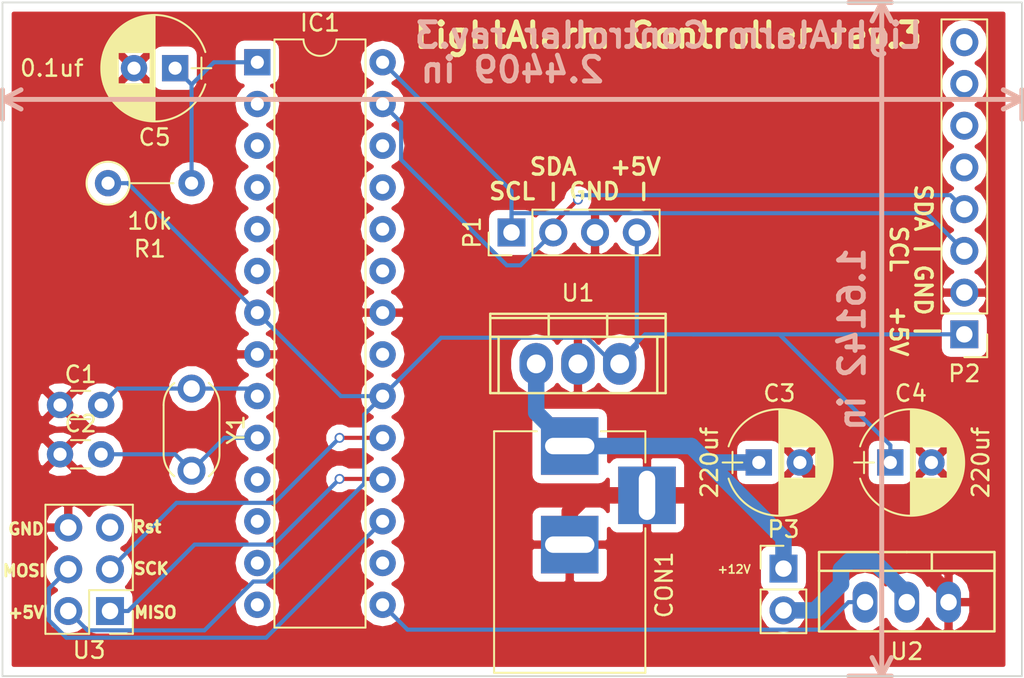
<source format=kicad_pcb>
(kicad_pcb (version 4) (host pcbnew 4.0.5)

  (general
    (links 39)
    (no_connects 1)
    (area 48.641428 113.055 113.533334 155.638096)
    (thickness 1.6)
    (drawings 31)
    (tracks 98)
    (zones 0)
    (modules 15)
    (nets 33)
  )

  (page A4)
  (layers
    (0 F.Cu signal hide)
    (31 B.Cu signal hide)
    (32 B.Adhes user)
    (33 F.Adhes user)
    (34 B.Paste user)
    (35 F.Paste user)
    (36 B.SilkS user)
    (37 F.SilkS user)
    (38 B.Mask user)
    (39 F.Mask user)
    (40 Dwgs.User user)
    (41 Cmts.User user)
    (42 Eco1.User user)
    (43 Eco2.User user)
    (44 Edge.Cuts user)
    (45 Margin user)
    (46 B.CrtYd user)
    (47 F.CrtYd user)
    (48 B.Fab user)
    (49 F.Fab user)
  )

  (setup
    (last_trace_width 0.25)
    (trace_clearance 0.2)
    (zone_clearance 0.508)
    (zone_45_only no)
    (trace_min 0.2)
    (segment_width 0.2)
    (edge_width 0.1)
    (via_size 0.6)
    (via_drill 0.4)
    (via_min_size 0.4)
    (via_min_drill 0.3)
    (uvia_size 0.3)
    (uvia_drill 0.1)
    (uvias_allowed no)
    (uvia_min_size 0.2)
    (uvia_min_drill 0.1)
    (pcb_text_width 0.3)
    (pcb_text_size 1.5 1.5)
    (mod_edge_width 0.15)
    (mod_text_size 1 1)
    (mod_text_width 0.15)
    (pad_size 1.5 1.5)
    (pad_drill 0.6)
    (pad_to_mask_clearance 0)
    (aux_axis_origin 0 0)
    (visible_elements 7FFEFFFF)
    (pcbplotparams
      (layerselection 0x00030_80000001)
      (usegerberextensions false)
      (excludeedgelayer true)
      (linewidth 0.100000)
      (plotframeref false)
      (viasonmask false)
      (mode 1)
      (useauxorigin false)
      (hpglpennumber 1)
      (hpglpenspeed 20)
      (hpglpendiameter 15)
      (hpglpenoverlay 2)
      (psnegative false)
      (psa4output false)
      (plotreference true)
      (plotvalue true)
      (plotinvisibletext false)
      (padsonsilk false)
      (subtractmaskfromsilk false)
      (outputformat 1)
      (mirror false)
      (drillshape 1)
      (scaleselection 1)
      (outputdirectory ""))
  )

  (net 0 "")
  (net 1 GND)
  (net 2 "Net-(C1-Pad2)")
  (net 3 "Net-(C2-Pad2)")
  (net 4 +12V)
  (net 5 "Net-(IC1-Pad15)")
  (net 6 "Net-(IC1-Pad2)")
  (net 7 "Net-(IC1-Pad16)")
  (net 8 "Net-(IC1-Pad3)")
  (net 9 "Net-(IC1-Pad4)")
  (net 10 "Net-(IC1-Pad5)")
  (net 11 "Net-(IC1-Pad6)")
  (net 12 +5V)
  (net 13 "Net-(IC1-Pad21)")
  (net 14 "Net-(IC1-Pad23)")
  (net 15 "Net-(IC1-Pad24)")
  (net 16 "Net-(IC1-Pad11)")
  (net 17 "Net-(IC1-Pad25)")
  (net 18 "Net-(IC1-Pad12)")
  (net 19 "Net-(IC1-Pad26)")
  (net 20 "Net-(IC1-Pad13)")
  (net 21 /SDA)
  (net 22 "Net-(IC1-Pad14)")
  (net 23 /SCL)
  (net 24 "Net-(P2-Pad5)")
  (net 25 "Net-(P2-Pad6)")
  (net 26 "Net-(P2-Pad7)")
  (net 27 "Net-(P2-Pad8)")
  (net 28 "Net-(P3-Pad2)")
  (net 29 RESET)
  (net 30 MOSI)
  (net 31 MISO)
  (net 32 SCK)

  (net_class Default "This is the default net class."
    (clearance 0.2)
    (trace_width 0.25)
    (via_dia 0.6)
    (via_drill 0.4)
    (uvia_dia 0.3)
    (uvia_drill 0.1)
    (add_net +5V)
    (add_net /SCL)
    (add_net /SDA)
    (add_net GND)
    (add_net MISO)
    (add_net MOSI)
    (add_net "Net-(C1-Pad2)")
    (add_net "Net-(C2-Pad2)")
    (add_net "Net-(IC1-Pad11)")
    (add_net "Net-(IC1-Pad12)")
    (add_net "Net-(IC1-Pad13)")
    (add_net "Net-(IC1-Pad14)")
    (add_net "Net-(IC1-Pad15)")
    (add_net "Net-(IC1-Pad16)")
    (add_net "Net-(IC1-Pad2)")
    (add_net "Net-(IC1-Pad21)")
    (add_net "Net-(IC1-Pad23)")
    (add_net "Net-(IC1-Pad24)")
    (add_net "Net-(IC1-Pad25)")
    (add_net "Net-(IC1-Pad26)")
    (add_net "Net-(IC1-Pad3)")
    (add_net "Net-(IC1-Pad4)")
    (add_net "Net-(IC1-Pad5)")
    (add_net "Net-(IC1-Pad6)")
    (add_net "Net-(P2-Pad5)")
    (add_net "Net-(P2-Pad6)")
    (add_net "Net-(P2-Pad7)")
    (add_net "Net-(P2-Pad8)")
    (add_net RESET)
    (add_net SCK)
  )

  (net_class 12V ""
    (clearance 0.2)
    (trace_width 1)
    (via_dia 0.6)
    (via_drill 0.4)
    (uvia_dia 0.3)
    (uvia_drill 0.1)
    (add_net +12V)
    (add_net "Net-(P3-Pad2)")
  )

  (module Pin_Headers:Pin_Header_Straight_1x08_Pitch2.54mm (layer F.Cu) (tedit 5862ED52) (tstamp 588500A6)
    (at 108.5 134.2 180)
    (descr "Through hole straight pin header, 1x08, 2.54mm pitch, single row")
    (tags "Through hole pin header THT 1x08 2.54mm single row")
    (path /587EDF62)
    (fp_text reference P2 (at 0 -2.39 180) (layer F.SilkS)
      (effects (font (size 1 1) (thickness 0.15)))
    )
    (fp_text value CONN_01X08 (at 0 20.17 180) (layer F.Fab)
      (effects (font (size 1 1) (thickness 0.15)))
    )
    (fp_line (start -1.27 -1.27) (end -1.27 19.05) (layer F.Fab) (width 0.1))
    (fp_line (start -1.27 19.05) (end 1.27 19.05) (layer F.Fab) (width 0.1))
    (fp_line (start 1.27 19.05) (end 1.27 -1.27) (layer F.Fab) (width 0.1))
    (fp_line (start 1.27 -1.27) (end -1.27 -1.27) (layer F.Fab) (width 0.1))
    (fp_line (start -1.39 1.27) (end -1.39 19.17) (layer F.SilkS) (width 0.12))
    (fp_line (start -1.39 19.17) (end 1.39 19.17) (layer F.SilkS) (width 0.12))
    (fp_line (start 1.39 19.17) (end 1.39 1.27) (layer F.SilkS) (width 0.12))
    (fp_line (start 1.39 1.27) (end -1.39 1.27) (layer F.SilkS) (width 0.12))
    (fp_line (start -1.39 0) (end -1.39 -1.39) (layer F.SilkS) (width 0.12))
    (fp_line (start -1.39 -1.39) (end 0 -1.39) (layer F.SilkS) (width 0.12))
    (fp_line (start -1.6 -1.6) (end -1.6 19.3) (layer F.CrtYd) (width 0.05))
    (fp_line (start -1.6 19.3) (end 1.6 19.3) (layer F.CrtYd) (width 0.05))
    (fp_line (start 1.6 19.3) (end 1.6 -1.6) (layer F.CrtYd) (width 0.05))
    (fp_line (start 1.6 -1.6) (end -1.6 -1.6) (layer F.CrtYd) (width 0.05))
    (pad 1 thru_hole rect (at 0 0 180) (size 1.7 1.7) (drill 1) (layers *.Cu *.Mask)
      (net 12 +5V))
    (pad 2 thru_hole oval (at 0 2.54 180) (size 1.7 1.7) (drill 1) (layers *.Cu *.Mask)
      (net 1 GND))
    (pad 3 thru_hole oval (at 0 5.08 180) (size 1.7 1.7) (drill 1) (layers *.Cu *.Mask)
      (net 23 /SCL))
    (pad 4 thru_hole oval (at 0 7.62 180) (size 1.7 1.7) (drill 1) (layers *.Cu *.Mask)
      (net 21 /SDA))
    (pad 5 thru_hole oval (at 0 10.16 180) (size 1.7 1.7) (drill 1) (layers *.Cu *.Mask)
      (net 24 "Net-(P2-Pad5)"))
    (pad 6 thru_hole oval (at 0 12.7 180) (size 1.7 1.7) (drill 1) (layers *.Cu *.Mask)
      (net 25 "Net-(P2-Pad6)"))
    (pad 7 thru_hole oval (at 0 15.24 180) (size 1.7 1.7) (drill 1) (layers *.Cu *.Mask)
      (net 26 "Net-(P2-Pad7)"))
    (pad 8 thru_hole oval (at 0 17.78 180) (size 1.7 1.7) (drill 1) (layers *.Cu *.Mask)
      (net 27 "Net-(P2-Pad8)"))
    (model Pin_Headers.3dshapes/Pin_Header_Straight_1x08_Pitch2.54mm.wrl
      (at (xyz 0 -0.35 0))
      (scale (xyz 1 1 1))
      (rotate (xyz 0 0 90))
    )
  )

  (module Capacitors_THT:C_Disc_D3.0mm_W1.6mm_P2.50mm (layer F.Cu) (tedit 58765D06) (tstamp 58850065)
    (at 53.5 138.5)
    (descr "C, Disc series, Radial, pin pitch=2.50mm, , diameter*width=3.0*1.6mm^2, Capacitor, http://www.vishay.com/docs/45233/krseries.pdf")
    (tags "C Disc series Radial pin pitch 2.50mm  diameter 3.0mm width 1.6mm Capacitor")
    (path /587EB579)
    (fp_text reference C1 (at 1.25 -1.86) (layer F.SilkS)
      (effects (font (size 1 1) (thickness 0.15)))
    )
    (fp_text value C (at 1.25 1.86) (layer F.Fab)
      (effects (font (size 1 1) (thickness 0.15)))
    )
    (fp_line (start -0.25 -0.8) (end -0.25 0.8) (layer F.Fab) (width 0.1))
    (fp_line (start -0.25 0.8) (end 2.75 0.8) (layer F.Fab) (width 0.1))
    (fp_line (start 2.75 0.8) (end 2.75 -0.8) (layer F.Fab) (width 0.1))
    (fp_line (start 2.75 -0.8) (end -0.25 -0.8) (layer F.Fab) (width 0.1))
    (fp_line (start 0.663 -0.861) (end 1.837 -0.861) (layer F.SilkS) (width 0.12))
    (fp_line (start 0.663 0.861) (end 1.837 0.861) (layer F.SilkS) (width 0.12))
    (fp_line (start -1.05 -1.15) (end -1.05 1.15) (layer F.CrtYd) (width 0.05))
    (fp_line (start -1.05 1.15) (end 3.55 1.15) (layer F.CrtYd) (width 0.05))
    (fp_line (start 3.55 1.15) (end 3.55 -1.15) (layer F.CrtYd) (width 0.05))
    (fp_line (start 3.55 -1.15) (end -1.05 -1.15) (layer F.CrtYd) (width 0.05))
    (pad 1 thru_hole circle (at 0 0) (size 1.6 1.6) (drill 0.8) (layers *.Cu *.Mask)
      (net 1 GND))
    (pad 2 thru_hole circle (at 2.5 0) (size 1.6 1.6) (drill 0.8) (layers *.Cu *.Mask)
      (net 2 "Net-(C1-Pad2)"))
    (model Capacitors_ThroughHole.3dshapes/C_Disc_D3.0mm_W1.6mm_P2.50mm.wrl
      (at (xyz 0 0 0))
      (scale (xyz 0.393701 0.393701 0.393701))
      (rotate (xyz 0 0 0))
    )
  )

  (module Capacitors_THT:C_Disc_D3.0mm_W1.6mm_P2.50mm (layer F.Cu) (tedit 58765D06) (tstamp 5885006B)
    (at 53.5 141.5)
    (descr "C, Disc series, Radial, pin pitch=2.50mm, , diameter*width=3.0*1.6mm^2, Capacitor, http://www.vishay.com/docs/45233/krseries.pdf")
    (tags "C Disc series Radial pin pitch 2.50mm  diameter 3.0mm width 1.6mm Capacitor")
    (path /587EB5F8)
    (fp_text reference C2 (at 1.25 -1.86) (layer F.SilkS)
      (effects (font (size 1 1) (thickness 0.15)))
    )
    (fp_text value C (at 1.25 1.86) (layer F.Fab)
      (effects (font (size 1 1) (thickness 0.15)))
    )
    (fp_line (start -0.25 -0.8) (end -0.25 0.8) (layer F.Fab) (width 0.1))
    (fp_line (start -0.25 0.8) (end 2.75 0.8) (layer F.Fab) (width 0.1))
    (fp_line (start 2.75 0.8) (end 2.75 -0.8) (layer F.Fab) (width 0.1))
    (fp_line (start 2.75 -0.8) (end -0.25 -0.8) (layer F.Fab) (width 0.1))
    (fp_line (start 0.663 -0.861) (end 1.837 -0.861) (layer F.SilkS) (width 0.12))
    (fp_line (start 0.663 0.861) (end 1.837 0.861) (layer F.SilkS) (width 0.12))
    (fp_line (start -1.05 -1.15) (end -1.05 1.15) (layer F.CrtYd) (width 0.05))
    (fp_line (start -1.05 1.15) (end 3.55 1.15) (layer F.CrtYd) (width 0.05))
    (fp_line (start 3.55 1.15) (end 3.55 -1.15) (layer F.CrtYd) (width 0.05))
    (fp_line (start 3.55 -1.15) (end -1.05 -1.15) (layer F.CrtYd) (width 0.05))
    (pad 1 thru_hole circle (at 0 0) (size 1.6 1.6) (drill 0.8) (layers *.Cu *.Mask)
      (net 1 GND))
    (pad 2 thru_hole circle (at 2.5 0) (size 1.6 1.6) (drill 0.8) (layers *.Cu *.Mask)
      (net 3 "Net-(C2-Pad2)"))
    (model Capacitors_ThroughHole.3dshapes/C_Disc_D3.0mm_W1.6mm_P2.50mm.wrl
      (at (xyz 0 0 0))
      (scale (xyz 0.393701 0.393701 0.393701))
      (rotate (xyz 0 0 0))
    )
  )

  (module Connectors:BARREL_JACK (layer F.Cu) (tedit 5861378E) (tstamp 58850072)
    (at 84.5 141 90)
    (descr "DC Barrel Jack")
    (tags "Power Jack")
    (path /5885139A)
    (fp_text reference CON1 (at -8.45 5.75 270) (layer F.SilkS)
      (effects (font (size 1 1) (thickness 0.15)))
    )
    (fp_text value BARREL_JACK_Working (at -6.2 -5.5 90) (layer F.Fab)
      (effects (font (size 1 1) (thickness 0.15)))
    )
    (fp_line (start 1 -4.5) (end 1 -4.75) (layer F.CrtYd) (width 0.05))
    (fp_line (start 1 -4.75) (end -14 -4.75) (layer F.CrtYd) (width 0.05))
    (fp_line (start 1 -4.5) (end 1 -2) (layer F.CrtYd) (width 0.05))
    (fp_line (start 1 -2) (end 2 -2) (layer F.CrtYd) (width 0.05))
    (fp_line (start 2 -2) (end 2 2) (layer F.CrtYd) (width 0.05))
    (fp_line (start 2 2) (end 1 2) (layer F.CrtYd) (width 0.05))
    (fp_line (start 1 2) (end 1 4.75) (layer F.CrtYd) (width 0.05))
    (fp_line (start 1 4.75) (end -1 4.75) (layer F.CrtYd) (width 0.05))
    (fp_line (start -1 4.75) (end -1 6.75) (layer F.CrtYd) (width 0.05))
    (fp_line (start -1 6.75) (end -5 6.75) (layer F.CrtYd) (width 0.05))
    (fp_line (start -5 6.75) (end -5 4.75) (layer F.CrtYd) (width 0.05))
    (fp_line (start -5 4.75) (end -14 4.75) (layer F.CrtYd) (width 0.05))
    (fp_line (start -14 4.75) (end -14 -4.75) (layer F.CrtYd) (width 0.05))
    (fp_line (start -5 4.6) (end -13.8 4.6) (layer F.SilkS) (width 0.12))
    (fp_line (start -13.8 4.6) (end -13.8 -4.6) (layer F.SilkS) (width 0.12))
    (fp_line (start 0.9 1.9) (end 0.9 4.6) (layer F.SilkS) (width 0.12))
    (fp_line (start 0.9 4.6) (end -1 4.6) (layer F.SilkS) (width 0.12))
    (fp_line (start -13.8 -4.6) (end 0.9 -4.6) (layer F.SilkS) (width 0.12))
    (fp_line (start 0.9 -4.6) (end 0.9 -2) (layer F.SilkS) (width 0.12))
    (fp_line (start -10.2 -4.5) (end -10.2 4.5) (layer F.Fab) (width 0.1))
    (fp_line (start -13.7 -4.5) (end -13.7 4.5) (layer F.Fab) (width 0.1))
    (fp_line (start -13.7 4.5) (end 0.8 4.5) (layer F.Fab) (width 0.1))
    (fp_line (start 0.8 4.5) (end 0.8 -4.5) (layer F.Fab) (width 0.1))
    (fp_line (start 0.8 -4.5) (end -13.7 -4.5) (layer F.Fab) (width 0.1))
    (pad 1 thru_hole rect (at 0 0 90) (size 3.5 3.5) (drill oval 1 3) (layers *.Cu *.Mask)
      (net 4 +12V))
    (pad 2 thru_hole rect (at -6 0 90) (size 3.5 3.5) (drill oval 1 3) (layers *.Cu *.Mask)
      (net 1 GND))
    (pad 3 thru_hole rect (at -3 4.7 90) (size 3.5 3.5) (drill oval 3 1) (layers *.Cu *.Mask)
      (net 1 GND))
  )

  (module Housings_DIP:DIP-28_W7.62mm (layer F.Cu) (tedit 586281B5) (tstamp 58850092)
    (at 65.5 117.64)
    (descr "28-lead dip package, row spacing 7.62 mm (300 mils)")
    (tags "DIL DIP PDIP 2.54mm 7.62mm 300mil")
    (path /587EB33F)
    (fp_text reference IC1 (at 3.81 -2.39) (layer F.SilkS)
      (effects (font (size 1 1) (thickness 0.15)))
    )
    (fp_text value ATMEGA328-P (at 3.81 35.41) (layer F.Fab)
      (effects (font (size 1 1) (thickness 0.15)))
    )
    (fp_arc (start 3.81 -1.39) (end 2.81 -1.39) (angle -180) (layer F.SilkS) (width 0.12))
    (fp_line (start 1.635 -1.27) (end 6.985 -1.27) (layer F.Fab) (width 0.1))
    (fp_line (start 6.985 -1.27) (end 6.985 34.29) (layer F.Fab) (width 0.1))
    (fp_line (start 6.985 34.29) (end 0.635 34.29) (layer F.Fab) (width 0.1))
    (fp_line (start 0.635 34.29) (end 0.635 -0.27) (layer F.Fab) (width 0.1))
    (fp_line (start 0.635 -0.27) (end 1.635 -1.27) (layer F.Fab) (width 0.1))
    (fp_line (start 2.81 -1.39) (end 1.04 -1.39) (layer F.SilkS) (width 0.12))
    (fp_line (start 1.04 -1.39) (end 1.04 34.41) (layer F.SilkS) (width 0.12))
    (fp_line (start 1.04 34.41) (end 6.58 34.41) (layer F.SilkS) (width 0.12))
    (fp_line (start 6.58 34.41) (end 6.58 -1.39) (layer F.SilkS) (width 0.12))
    (fp_line (start 6.58 -1.39) (end 4.81 -1.39) (layer F.SilkS) (width 0.12))
    (fp_line (start -1.1 -1.6) (end -1.1 34.6) (layer F.CrtYd) (width 0.05))
    (fp_line (start -1.1 34.6) (end 8.7 34.6) (layer F.CrtYd) (width 0.05))
    (fp_line (start 8.7 34.6) (end 8.7 -1.6) (layer F.CrtYd) (width 0.05))
    (fp_line (start 8.7 -1.6) (end -1.1 -1.6) (layer F.CrtYd) (width 0.05))
    (pad 1 thru_hole rect (at 0 0) (size 1.6 1.6) (drill 0.8) (layers *.Cu *.Mask)
      (net 29 RESET))
    (pad 15 thru_hole oval (at 7.62 33.02) (size 1.6 1.6) (drill 0.8) (layers *.Cu *.Mask)
      (net 5 "Net-(IC1-Pad15)"))
    (pad 2 thru_hole oval (at 0 2.54) (size 1.6 1.6) (drill 0.8) (layers *.Cu *.Mask)
      (net 6 "Net-(IC1-Pad2)"))
    (pad 16 thru_hole oval (at 7.62 30.48) (size 1.6 1.6) (drill 0.8) (layers *.Cu *.Mask)
      (net 7 "Net-(IC1-Pad16)"))
    (pad 3 thru_hole oval (at 0 5.08) (size 1.6 1.6) (drill 0.8) (layers *.Cu *.Mask)
      (net 8 "Net-(IC1-Pad3)"))
    (pad 17 thru_hole oval (at 7.62 27.94) (size 1.6 1.6) (drill 0.8) (layers *.Cu *.Mask)
      (net 30 MOSI))
    (pad 4 thru_hole oval (at 0 7.62) (size 1.6 1.6) (drill 0.8) (layers *.Cu *.Mask)
      (net 9 "Net-(IC1-Pad4)"))
    (pad 18 thru_hole oval (at 7.62 25.4) (size 1.6 1.6) (drill 0.8) (layers *.Cu *.Mask)
      (net 31 MISO))
    (pad 5 thru_hole oval (at 0 10.16) (size 1.6 1.6) (drill 0.8) (layers *.Cu *.Mask)
      (net 10 "Net-(IC1-Pad5)"))
    (pad 19 thru_hole oval (at 7.62 22.86) (size 1.6 1.6) (drill 0.8) (layers *.Cu *.Mask)
      (net 32 SCK))
    (pad 6 thru_hole oval (at 0 12.7) (size 1.6 1.6) (drill 0.8) (layers *.Cu *.Mask)
      (net 11 "Net-(IC1-Pad6)"))
    (pad 20 thru_hole oval (at 7.62 20.32) (size 1.6 1.6) (drill 0.8) (layers *.Cu *.Mask)
      (net 12 +5V))
    (pad 7 thru_hole oval (at 0 15.24) (size 1.6 1.6) (drill 0.8) (layers *.Cu *.Mask)
      (net 12 +5V))
    (pad 21 thru_hole oval (at 7.62 17.78) (size 1.6 1.6) (drill 0.8) (layers *.Cu *.Mask)
      (net 13 "Net-(IC1-Pad21)"))
    (pad 8 thru_hole oval (at 0 17.78) (size 1.6 1.6) (drill 0.8) (layers *.Cu *.Mask)
      (net 1 GND))
    (pad 22 thru_hole oval (at 7.62 15.24) (size 1.6 1.6) (drill 0.8) (layers *.Cu *.Mask)
      (net 1 GND))
    (pad 9 thru_hole oval (at 0 20.32) (size 1.6 1.6) (drill 0.8) (layers *.Cu *.Mask)
      (net 2 "Net-(C1-Pad2)"))
    (pad 23 thru_hole oval (at 7.62 12.7) (size 1.6 1.6) (drill 0.8) (layers *.Cu *.Mask)
      (net 14 "Net-(IC1-Pad23)"))
    (pad 10 thru_hole oval (at 0 22.86) (size 1.6 1.6) (drill 0.8) (layers *.Cu *.Mask)
      (net 3 "Net-(C2-Pad2)"))
    (pad 24 thru_hole oval (at 7.62 10.16) (size 1.6 1.6) (drill 0.8) (layers *.Cu *.Mask)
      (net 15 "Net-(IC1-Pad24)"))
    (pad 11 thru_hole oval (at 0 25.4) (size 1.6 1.6) (drill 0.8) (layers *.Cu *.Mask)
      (net 16 "Net-(IC1-Pad11)"))
    (pad 25 thru_hole oval (at 7.62 7.62) (size 1.6 1.6) (drill 0.8) (layers *.Cu *.Mask)
      (net 17 "Net-(IC1-Pad25)"))
    (pad 12 thru_hole oval (at 0 27.94) (size 1.6 1.6) (drill 0.8) (layers *.Cu *.Mask)
      (net 18 "Net-(IC1-Pad12)"))
    (pad 26 thru_hole oval (at 7.62 5.08) (size 1.6 1.6) (drill 0.8) (layers *.Cu *.Mask)
      (net 19 "Net-(IC1-Pad26)"))
    (pad 13 thru_hole oval (at 0 30.48) (size 1.6 1.6) (drill 0.8) (layers *.Cu *.Mask)
      (net 20 "Net-(IC1-Pad13)"))
    (pad 27 thru_hole oval (at 7.62 2.54) (size 1.6 1.6) (drill 0.8) (layers *.Cu *.Mask)
      (net 21 /SDA))
    (pad 14 thru_hole oval (at 0 33.02) (size 1.6 1.6) (drill 0.8) (layers *.Cu *.Mask)
      (net 22 "Net-(IC1-Pad14)"))
    (pad 28 thru_hole oval (at 7.62 0) (size 1.6 1.6) (drill 0.8) (layers *.Cu *.Mask)
      (net 23 /SCL))
    (model Housings_DIP.3dshapes/DIP-28_W7.62mm.wrl
      (at (xyz 0 0 0))
      (scale (xyz 1 1 1))
      (rotate (xyz 0 0 0))
    )
  )

  (module Power_Integrations:TO-220 (layer F.Cu) (tedit 0) (tstamp 588500B3)
    (at 85 136)
    (descr "Non Isolated JEDEC TO-220 Package")
    (tags "Power Integration YN Package")
    (path /58850AAE)
    (fp_text reference U1 (at 0 -4.318) (layer F.SilkS)
      (effects (font (size 1 1) (thickness 0.15)))
    )
    (fp_text value LM7805CT (at 0 -4.318) (layer F.Fab)
      (effects (font (size 1 1) (thickness 0.15)))
    )
    (fp_line (start 4.826 -1.651) (end 4.826 1.778) (layer F.SilkS) (width 0.15))
    (fp_line (start -4.826 -1.651) (end -4.826 1.778) (layer F.SilkS) (width 0.15))
    (fp_line (start 5.334 -2.794) (end -5.334 -2.794) (layer F.SilkS) (width 0.15))
    (fp_line (start 1.778 -1.778) (end 1.778 -3.048) (layer F.SilkS) (width 0.15))
    (fp_line (start -1.778 -1.778) (end -1.778 -3.048) (layer F.SilkS) (width 0.15))
    (fp_line (start -5.334 -1.651) (end 5.334 -1.651) (layer F.SilkS) (width 0.15))
    (fp_line (start 5.334 1.778) (end -5.334 1.778) (layer F.SilkS) (width 0.15))
    (fp_line (start -5.334 -3.048) (end -5.334 1.778) (layer F.SilkS) (width 0.15))
    (fp_line (start 5.334 -3.048) (end 5.334 1.778) (layer F.SilkS) (width 0.15))
    (fp_line (start 5.334 -3.048) (end -5.334 -3.048) (layer F.SilkS) (width 0.15))
    (pad 2 thru_hole oval (at 0 0) (size 2.032 2.54) (drill 1.143) (layers *.Cu *.Mask)
      (net 1 GND))
    (pad 3 thru_hole oval (at 2.54 0) (size 2.032 2.54) (drill 1.143) (layers *.Cu *.Mask)
      (net 12 +5V))
    (pad 1 thru_hole oval (at -2.54 0) (size 2.032 2.54) (drill 1.143) (layers *.Cu *.Mask)
      (net 4 +12V))
  )

  (module TO_SOT_Packages_THT:TO-220_Neutral123_Vertical (layer F.Cu) (tedit 0) (tstamp 588500BA)
    (at 105 150.5)
    (descr "TO-220, Neutral, Vertical,")
    (tags "TO-220, Neutral, Vertical,")
    (path /5884DFA1)
    (fp_text reference U2 (at 0 3) (layer F.SilkS)
      (effects (font (size 1 1) (thickness 0.15)))
    )
    (fp_text value PSMN022-30PL (at 0 3.81) (layer F.Fab)
      (effects (font (size 1 1) (thickness 0.15)))
    )
    (fp_line (start -1.524 -3.048) (end -1.524 -1.905) (layer F.SilkS) (width 0.15))
    (fp_line (start 1.524 -3.048) (end 1.524 -1.905) (layer F.SilkS) (width 0.15))
    (fp_line (start 5.334 -1.905) (end 5.334 1.778) (layer F.SilkS) (width 0.15))
    (fp_line (start 5.334 1.778) (end -5.334 1.778) (layer F.SilkS) (width 0.15))
    (fp_line (start -5.334 1.778) (end -5.334 -1.905) (layer F.SilkS) (width 0.15))
    (fp_line (start 5.334 -3.048) (end 5.334 -1.905) (layer F.SilkS) (width 0.15))
    (fp_line (start 5.334 -1.905) (end -5.334 -1.905) (layer F.SilkS) (width 0.15))
    (fp_line (start -5.334 -1.905) (end -5.334 -3.048) (layer F.SilkS) (width 0.15))
    (fp_line (start 0 -3.048) (end -5.334 -3.048) (layer F.SilkS) (width 0.15))
    (fp_line (start 0 -3.048) (end 5.334 -3.048) (layer F.SilkS) (width 0.15))
    (pad 2 thru_hole oval (at 0 0 90) (size 2.49936 1.50114) (drill 1.00076) (layers *.Cu *.Mask)
      (net 28 "Net-(P3-Pad2)"))
    (pad 1 thru_hole oval (at -2.54 0 90) (size 2.49936 1.50114) (drill 1.00076) (layers *.Cu *.Mask)
      (net 5 "Net-(IC1-Pad15)"))
    (pad 3 thru_hole oval (at 2.54 0 90) (size 2.49936 1.50114) (drill 1.00076) (layers *.Cu *.Mask)
      (net 1 GND))
    (model TO_SOT_Packages_THT.3dshapes/TO-220_Neutral123_Vertical.wrl
      (at (xyz 0 0 0))
      (scale (xyz 0.3937 0.3937 0.3937))
      (rotate (xyz 0 0 0))
    )
  )

  (module Crystals:Resonator-2pin_w6.0mm_h3.0mm (layer F.Cu) (tedit 58778156) (tstamp 588500C0)
    (at 61.5 137.5 270)
    (descr "Ceramic Resomator/Filter 6.0x3.0mm^2, length*width=6.0x3.0mm^2 package, package length=6.0mm, package width=3.0mm, 2 pins")
    (tags "THT ceramic resonator filter")
    (path /587EB487)
    (fp_text reference Y1 (at 2.5 -2.7 270) (layer F.SilkS)
      (effects (font (size 1 1) (thickness 0.15)))
    )
    (fp_text value Crystal (at 2.5 2.7 270) (layer F.Fab)
      (effects (font (size 1 1) (thickness 0.15)))
    )
    (fp_arc (start 1 0) (end 1 -1.5) (angle -180) (layer F.Fab) (width 0.1))
    (fp_arc (start 4 0) (end 4 -1.5) (angle 180) (layer F.Fab) (width 0.1))
    (fp_arc (start 1 0) (end 1 -1.5) (angle -180) (layer F.Fab) (width 0.1))
    (fp_arc (start 4 0) (end 4 -1.5) (angle 180) (layer F.Fab) (width 0.1))
    (fp_arc (start 1 0) (end 1 -1.7) (angle -51.9) (layer F.SilkS) (width 0.12))
    (fp_arc (start 4 0) (end 4 -1.7) (angle 51.9) (layer F.SilkS) (width 0.12))
    (fp_arc (start 1 0) (end 1 1.7) (angle 51.9) (layer F.SilkS) (width 0.12))
    (fp_arc (start 4 0) (end 4 1.7) (angle -51.9) (layer F.SilkS) (width 0.12))
    (fp_line (start 1 -1.5) (end 4 -1.5) (layer F.Fab) (width 0.1))
    (fp_line (start 1 1.5) (end 4 1.5) (layer F.Fab) (width 0.1))
    (fp_line (start 1 -1.5) (end 4 -1.5) (layer F.Fab) (width 0.1))
    (fp_line (start 1 1.5) (end 4 1.5) (layer F.Fab) (width 0.1))
    (fp_line (start 1 -1.7) (end 4 -1.7) (layer F.SilkS) (width 0.12))
    (fp_line (start 1 1.7) (end 4 1.7) (layer F.SilkS) (width 0.12))
    (fp_line (start -1.1 -2) (end -1.1 2) (layer F.CrtYd) (width 0.05))
    (fp_line (start -1.1 2) (end 6 2) (layer F.CrtYd) (width 0.05))
    (fp_line (start 6 2) (end 6 -2) (layer F.CrtYd) (width 0.05))
    (fp_line (start 6 -2) (end -1.1 -2) (layer F.CrtYd) (width 0.05))
    (pad 1 thru_hole circle (at 0 0 270) (size 1.7 1.7) (drill 1) (layers *.Cu *.Mask)
      (net 2 "Net-(C1-Pad2)"))
    (pad 2 thru_hole circle (at 5 0 270) (size 1.7 1.7) (drill 1) (layers *.Cu *.Mask)
      (net 3 "Net-(C2-Pad2)"))
    (model Crystals.3dshapes/Resonator-2pin_w6.0mm_h3.0mm.wrl
      (at (xyz 0 0 0))
      (scale (xyz 0.393701 0.393701 0.393701))
      (rotate (xyz 0 0 0))
    )
  )

  (module Pin_Headers:Pin_Header_Straight_2x03_Pitch2.54mm (layer F.Cu) (tedit 5862ED53) (tstamp 5885092F)
    (at 56.54 151.04 180)
    (descr "Through hole straight pin header, 2x03, 2.54mm pitch, double rows")
    (tags "Through hole pin header THT 2x03 2.54mm double row")
    (path /58851AA0)
    (fp_text reference U3 (at 1.27 -2.39 180) (layer F.SilkS)
      (effects (font (size 1 1) (thickness 0.15)))
    )
    (fp_text value ICSP_2x3_Header (at 1.27 7.47 180) (layer F.Fab)
      (effects (font (size 1 1) (thickness 0.15)))
    )
    (fp_line (start -1.27 -1.27) (end -1.27 6.35) (layer F.Fab) (width 0.1))
    (fp_line (start -1.27 6.35) (end 3.81 6.35) (layer F.Fab) (width 0.1))
    (fp_line (start 3.81 6.35) (end 3.81 -1.27) (layer F.Fab) (width 0.1))
    (fp_line (start 3.81 -1.27) (end -1.27 -1.27) (layer F.Fab) (width 0.1))
    (fp_line (start -1.39 1.27) (end -1.39 6.47) (layer F.SilkS) (width 0.12))
    (fp_line (start -1.39 6.47) (end 3.93 6.47) (layer F.SilkS) (width 0.12))
    (fp_line (start 3.93 6.47) (end 3.93 -1.39) (layer F.SilkS) (width 0.12))
    (fp_line (start 3.93 -1.39) (end 1.27 -1.39) (layer F.SilkS) (width 0.12))
    (fp_line (start 1.27 -1.39) (end 1.27 1.27) (layer F.SilkS) (width 0.12))
    (fp_line (start 1.27 1.27) (end -1.39 1.27) (layer F.SilkS) (width 0.12))
    (fp_line (start -1.39 0) (end -1.39 -1.39) (layer F.SilkS) (width 0.12))
    (fp_line (start -1.39 -1.39) (end 0 -1.39) (layer F.SilkS) (width 0.12))
    (fp_line (start -1.6 -1.6) (end -1.6 6.6) (layer F.CrtYd) (width 0.05))
    (fp_line (start -1.6 6.6) (end 4.1 6.6) (layer F.CrtYd) (width 0.05))
    (fp_line (start 4.1 6.6) (end 4.1 -1.6) (layer F.CrtYd) (width 0.05))
    (fp_line (start 4.1 -1.6) (end -1.6 -1.6) (layer F.CrtYd) (width 0.05))
    (pad 1 thru_hole rect (at 0 0 180) (size 1.7 1.7) (drill 1) (layers *.Cu *.Mask)
      (net 31 MISO))
    (pad 2 thru_hole oval (at 2.54 0 180) (size 1.7 1.7) (drill 1) (layers *.Cu *.Mask)
      (net 12 +5V))
    (pad 3 thru_hole oval (at 0 2.54 180) (size 1.7 1.7) (drill 1) (layers *.Cu *.Mask)
      (net 32 SCK))
    (pad 4 thru_hole oval (at 2.54 2.54 180) (size 1.7 1.7) (drill 1) (layers *.Cu *.Mask)
      (net 30 MOSI))
    (pad 5 thru_hole oval (at 0 5.08 180) (size 1.7 1.7) (drill 1) (layers *.Cu *.Mask)
      (net 29 RESET))
    (pad 6 thru_hole oval (at 2.54 5.08 180) (size 1.7 1.7) (drill 1) (layers *.Cu *.Mask)
      (net 1 GND))
    (model Pin_Headers.3dshapes/Pin_Header_Straight_2x03_Pitch2.54mm.wrl
      (at (xyz 0.05 -0.1 0))
      (scale (xyz 1 1 1))
      (rotate (xyz 0 0 90))
    )
  )

  (module Pin_Headers:Pin_Header_Straight_1x04_Pitch2.54mm (layer F.Cu) (tedit 5862ED52) (tstamp 5885009A)
    (at 80.96 128 90)
    (descr "Through hole straight pin header, 1x04, 2.54mm pitch, single row")
    (tags "Through hole pin header THT 1x04 2.54mm single row")
    (path /587EDF07)
    (fp_text reference P1 (at 0 -2.39 90) (layer F.SilkS)
      (effects (font (size 1 1) (thickness 0.15)))
    )
    (fp_text value CONN_01X04 (at 0 10.01 90) (layer F.Fab)
      (effects (font (size 1 1) (thickness 0.15)))
    )
    (fp_line (start -1.27 -1.27) (end -1.27 8.89) (layer F.Fab) (width 0.1))
    (fp_line (start -1.27 8.89) (end 1.27 8.89) (layer F.Fab) (width 0.1))
    (fp_line (start 1.27 8.89) (end 1.27 -1.27) (layer F.Fab) (width 0.1))
    (fp_line (start 1.27 -1.27) (end -1.27 -1.27) (layer F.Fab) (width 0.1))
    (fp_line (start -1.39 1.27) (end -1.39 9.01) (layer F.SilkS) (width 0.12))
    (fp_line (start -1.39 9.01) (end 1.39 9.01) (layer F.SilkS) (width 0.12))
    (fp_line (start 1.39 9.01) (end 1.39 1.27) (layer F.SilkS) (width 0.12))
    (fp_line (start 1.39 1.27) (end -1.39 1.27) (layer F.SilkS) (width 0.12))
    (fp_line (start -1.39 0) (end -1.39 -1.39) (layer F.SilkS) (width 0.12))
    (fp_line (start -1.39 -1.39) (end 0 -1.39) (layer F.SilkS) (width 0.12))
    (fp_line (start -1.6 -1.6) (end -1.6 9.2) (layer F.CrtYd) (width 0.05))
    (fp_line (start -1.6 9.2) (end 1.6 9.2) (layer F.CrtYd) (width 0.05))
    (fp_line (start 1.6 9.2) (end 1.6 -1.6) (layer F.CrtYd) (width 0.05))
    (fp_line (start 1.6 -1.6) (end -1.6 -1.6) (layer F.CrtYd) (width 0.05))
    (pad 1 thru_hole rect (at 0 0 90) (size 1.7 1.7) (drill 1) (layers *.Cu *.Mask)
      (net 23 /SCL))
    (pad 2 thru_hole oval (at 0 2.54 90) (size 1.7 1.7) (drill 1) (layers *.Cu *.Mask)
      (net 21 /SDA))
    (pad 3 thru_hole oval (at 0 5.08 90) (size 1.7 1.7) (drill 1) (layers *.Cu *.Mask)
      (net 1 GND))
    (pad 4 thru_hole oval (at 0 7.62 90) (size 1.7 1.7) (drill 1) (layers *.Cu *.Mask)
      (net 12 +5V))
    (model Pin_Headers.3dshapes/Pin_Header_Straight_1x04_Pitch2.54mm.wrl
      (at (xyz 0 -0.15 0))
      (scale (xyz 1 1 1))
      (rotate (xyz 0 0 90))
    )
  )

  (module Pin_Headers:Pin_Header_Straight_1x02_Pitch2.54mm (layer F.Cu) (tedit 5862ED52) (tstamp 588500AC)
    (at 97.5 148.46)
    (descr "Through hole straight pin header, 1x02, 2.54mm pitch, single row")
    (tags "Through hole pin header THT 1x02 2.54mm single row")
    (path /5884E0B8)
    (fp_text reference P3 (at 0 -2.39) (layer F.SilkS)
      (effects (font (size 1 1) (thickness 0.15)))
    )
    (fp_text value CONN_01X02 (at 0 4.93) (layer F.Fab)
      (effects (font (size 1 1) (thickness 0.15)))
    )
    (fp_line (start -1.27 -1.27) (end -1.27 3.81) (layer F.Fab) (width 0.1))
    (fp_line (start -1.27 3.81) (end 1.27 3.81) (layer F.Fab) (width 0.1))
    (fp_line (start 1.27 3.81) (end 1.27 -1.27) (layer F.Fab) (width 0.1))
    (fp_line (start 1.27 -1.27) (end -1.27 -1.27) (layer F.Fab) (width 0.1))
    (fp_line (start -1.39 1.27) (end -1.39 3.93) (layer F.SilkS) (width 0.12))
    (fp_line (start -1.39 3.93) (end 1.39 3.93) (layer F.SilkS) (width 0.12))
    (fp_line (start 1.39 3.93) (end 1.39 1.27) (layer F.SilkS) (width 0.12))
    (fp_line (start 1.39 1.27) (end -1.39 1.27) (layer F.SilkS) (width 0.12))
    (fp_line (start -1.39 0) (end -1.39 -1.39) (layer F.SilkS) (width 0.12))
    (fp_line (start -1.39 -1.39) (end 0 -1.39) (layer F.SilkS) (width 0.12))
    (fp_line (start -1.6 -1.6) (end -1.6 4.1) (layer F.CrtYd) (width 0.05))
    (fp_line (start -1.6 4.1) (end 1.6 4.1) (layer F.CrtYd) (width 0.05))
    (fp_line (start 1.6 4.1) (end 1.6 -1.6) (layer F.CrtYd) (width 0.05))
    (fp_line (start 1.6 -1.6) (end -1.6 -1.6) (layer F.CrtYd) (width 0.05))
    (pad 1 thru_hole rect (at 0 0) (size 1.7 1.7) (drill 1) (layers *.Cu *.Mask)
      (net 4 +12V))
    (pad 2 thru_hole oval (at 0 2.54) (size 1.7 1.7) (drill 1) (layers *.Cu *.Mask)
      (net 28 "Net-(P3-Pad2)"))
    (model Pin_Headers.3dshapes/Pin_Header_Straight_1x02_Pitch2.54mm.wrl
      (at (xyz 0 -0.05 0))
      (scale (xyz 1 1 1))
      (rotate (xyz 0 0 90))
    )
  )

  (module Capacitors_THT:CP_Radial_D6.3mm_P2.50mm (layer F.Cu) (tedit 588558C3) (tstamp 588555FE)
    (at 96 142)
    (descr "CP, Radial series, Radial, pin pitch=2.50mm, , diameter=6.3mm, Electrolytic Capacitor")
    (tags "CP Radial series Radial pin pitch 2.50mm  diameter 6.3mm Electrolytic Capacitor")
    (path /5885533A)
    (fp_text reference C3 (at 1.25 -4.21) (layer F.SilkS)
      (effects (font (size 1 1) (thickness 0.15)))
    )
    (fp_text value 220uf (at -3 0 90) (layer F.SilkS)
      (effects (font (size 1 1) (thickness 0.15)))
    )
    (fp_arc (start 1.25 0) (end -1.838236 -0.98) (angle 144.8) (layer F.SilkS) (width 0.12))
    (fp_arc (start 1.25 0) (end -1.838236 0.98) (angle -144.8) (layer F.SilkS) (width 0.12))
    (fp_arc (start 1.25 0) (end 4.338236 -0.98) (angle 35.2) (layer F.SilkS) (width 0.12))
    (fp_circle (center 1.25 0) (end 4.4 0) (layer F.Fab) (width 0.1))
    (fp_line (start -2.2 0) (end -1 0) (layer F.Fab) (width 0.1))
    (fp_line (start -1.6 -0.65) (end -1.6 0.65) (layer F.Fab) (width 0.1))
    (fp_line (start 1.25 -3.2) (end 1.25 3.2) (layer F.SilkS) (width 0.12))
    (fp_line (start 1.29 -3.2) (end 1.29 3.2) (layer F.SilkS) (width 0.12))
    (fp_line (start 1.33 -3.2) (end 1.33 3.2) (layer F.SilkS) (width 0.12))
    (fp_line (start 1.37 -3.198) (end 1.37 3.198) (layer F.SilkS) (width 0.12))
    (fp_line (start 1.41 -3.197) (end 1.41 3.197) (layer F.SilkS) (width 0.12))
    (fp_line (start 1.45 -3.194) (end 1.45 3.194) (layer F.SilkS) (width 0.12))
    (fp_line (start 1.49 -3.192) (end 1.49 3.192) (layer F.SilkS) (width 0.12))
    (fp_line (start 1.53 -3.188) (end 1.53 -0.98) (layer F.SilkS) (width 0.12))
    (fp_line (start 1.53 0.98) (end 1.53 3.188) (layer F.SilkS) (width 0.12))
    (fp_line (start 1.57 -3.185) (end 1.57 -0.98) (layer F.SilkS) (width 0.12))
    (fp_line (start 1.57 0.98) (end 1.57 3.185) (layer F.SilkS) (width 0.12))
    (fp_line (start 1.61 -3.18) (end 1.61 -0.98) (layer F.SilkS) (width 0.12))
    (fp_line (start 1.61 0.98) (end 1.61 3.18) (layer F.SilkS) (width 0.12))
    (fp_line (start 1.65 -3.176) (end 1.65 -0.98) (layer F.SilkS) (width 0.12))
    (fp_line (start 1.65 0.98) (end 1.65 3.176) (layer F.SilkS) (width 0.12))
    (fp_line (start 1.69 -3.17) (end 1.69 -0.98) (layer F.SilkS) (width 0.12))
    (fp_line (start 1.69 0.98) (end 1.69 3.17) (layer F.SilkS) (width 0.12))
    (fp_line (start 1.73 -3.165) (end 1.73 -0.98) (layer F.SilkS) (width 0.12))
    (fp_line (start 1.73 0.98) (end 1.73 3.165) (layer F.SilkS) (width 0.12))
    (fp_line (start 1.77 -3.158) (end 1.77 -0.98) (layer F.SilkS) (width 0.12))
    (fp_line (start 1.77 0.98) (end 1.77 3.158) (layer F.SilkS) (width 0.12))
    (fp_line (start 1.81 -3.152) (end 1.81 -0.98) (layer F.SilkS) (width 0.12))
    (fp_line (start 1.81 0.98) (end 1.81 3.152) (layer F.SilkS) (width 0.12))
    (fp_line (start 1.85 -3.144) (end 1.85 -0.98) (layer F.SilkS) (width 0.12))
    (fp_line (start 1.85 0.98) (end 1.85 3.144) (layer F.SilkS) (width 0.12))
    (fp_line (start 1.89 -3.137) (end 1.89 -0.98) (layer F.SilkS) (width 0.12))
    (fp_line (start 1.89 0.98) (end 1.89 3.137) (layer F.SilkS) (width 0.12))
    (fp_line (start 1.93 -3.128) (end 1.93 -0.98) (layer F.SilkS) (width 0.12))
    (fp_line (start 1.93 0.98) (end 1.93 3.128) (layer F.SilkS) (width 0.12))
    (fp_line (start 1.971 -3.119) (end 1.971 -0.98) (layer F.SilkS) (width 0.12))
    (fp_line (start 1.971 0.98) (end 1.971 3.119) (layer F.SilkS) (width 0.12))
    (fp_line (start 2.011 -3.11) (end 2.011 -0.98) (layer F.SilkS) (width 0.12))
    (fp_line (start 2.011 0.98) (end 2.011 3.11) (layer F.SilkS) (width 0.12))
    (fp_line (start 2.051 -3.1) (end 2.051 -0.98) (layer F.SilkS) (width 0.12))
    (fp_line (start 2.051 0.98) (end 2.051 3.1) (layer F.SilkS) (width 0.12))
    (fp_line (start 2.091 -3.09) (end 2.091 -0.98) (layer F.SilkS) (width 0.12))
    (fp_line (start 2.091 0.98) (end 2.091 3.09) (layer F.SilkS) (width 0.12))
    (fp_line (start 2.131 -3.079) (end 2.131 -0.98) (layer F.SilkS) (width 0.12))
    (fp_line (start 2.131 0.98) (end 2.131 3.079) (layer F.SilkS) (width 0.12))
    (fp_line (start 2.171 -3.067) (end 2.171 -0.98) (layer F.SilkS) (width 0.12))
    (fp_line (start 2.171 0.98) (end 2.171 3.067) (layer F.SilkS) (width 0.12))
    (fp_line (start 2.211 -3.055) (end 2.211 -0.98) (layer F.SilkS) (width 0.12))
    (fp_line (start 2.211 0.98) (end 2.211 3.055) (layer F.SilkS) (width 0.12))
    (fp_line (start 2.251 -3.042) (end 2.251 -0.98) (layer F.SilkS) (width 0.12))
    (fp_line (start 2.251 0.98) (end 2.251 3.042) (layer F.SilkS) (width 0.12))
    (fp_line (start 2.291 -3.029) (end 2.291 -0.98) (layer F.SilkS) (width 0.12))
    (fp_line (start 2.291 0.98) (end 2.291 3.029) (layer F.SilkS) (width 0.12))
    (fp_line (start 2.331 -3.015) (end 2.331 -0.98) (layer F.SilkS) (width 0.12))
    (fp_line (start 2.331 0.98) (end 2.331 3.015) (layer F.SilkS) (width 0.12))
    (fp_line (start 2.371 -3.001) (end 2.371 -0.98) (layer F.SilkS) (width 0.12))
    (fp_line (start 2.371 0.98) (end 2.371 3.001) (layer F.SilkS) (width 0.12))
    (fp_line (start 2.411 -2.986) (end 2.411 -0.98) (layer F.SilkS) (width 0.12))
    (fp_line (start 2.411 0.98) (end 2.411 2.986) (layer F.SilkS) (width 0.12))
    (fp_line (start 2.451 -2.97) (end 2.451 -0.98) (layer F.SilkS) (width 0.12))
    (fp_line (start 2.451 0.98) (end 2.451 2.97) (layer F.SilkS) (width 0.12))
    (fp_line (start 2.491 -2.954) (end 2.491 -0.98) (layer F.SilkS) (width 0.12))
    (fp_line (start 2.491 0.98) (end 2.491 2.954) (layer F.SilkS) (width 0.12))
    (fp_line (start 2.531 -2.937) (end 2.531 -0.98) (layer F.SilkS) (width 0.12))
    (fp_line (start 2.531 0.98) (end 2.531 2.937) (layer F.SilkS) (width 0.12))
    (fp_line (start 2.571 -2.919) (end 2.571 -0.98) (layer F.SilkS) (width 0.12))
    (fp_line (start 2.571 0.98) (end 2.571 2.919) (layer F.SilkS) (width 0.12))
    (fp_line (start 2.611 -2.901) (end 2.611 -0.98) (layer F.SilkS) (width 0.12))
    (fp_line (start 2.611 0.98) (end 2.611 2.901) (layer F.SilkS) (width 0.12))
    (fp_line (start 2.651 -2.882) (end 2.651 -0.98) (layer F.SilkS) (width 0.12))
    (fp_line (start 2.651 0.98) (end 2.651 2.882) (layer F.SilkS) (width 0.12))
    (fp_line (start 2.691 -2.863) (end 2.691 -0.98) (layer F.SilkS) (width 0.12))
    (fp_line (start 2.691 0.98) (end 2.691 2.863) (layer F.SilkS) (width 0.12))
    (fp_line (start 2.731 -2.843) (end 2.731 -0.98) (layer F.SilkS) (width 0.12))
    (fp_line (start 2.731 0.98) (end 2.731 2.843) (layer F.SilkS) (width 0.12))
    (fp_line (start 2.771 -2.822) (end 2.771 -0.98) (layer F.SilkS) (width 0.12))
    (fp_line (start 2.771 0.98) (end 2.771 2.822) (layer F.SilkS) (width 0.12))
    (fp_line (start 2.811 -2.8) (end 2.811 -0.98) (layer F.SilkS) (width 0.12))
    (fp_line (start 2.811 0.98) (end 2.811 2.8) (layer F.SilkS) (width 0.12))
    (fp_line (start 2.851 -2.778) (end 2.851 -0.98) (layer F.SilkS) (width 0.12))
    (fp_line (start 2.851 0.98) (end 2.851 2.778) (layer F.SilkS) (width 0.12))
    (fp_line (start 2.891 -2.755) (end 2.891 -0.98) (layer F.SilkS) (width 0.12))
    (fp_line (start 2.891 0.98) (end 2.891 2.755) (layer F.SilkS) (width 0.12))
    (fp_line (start 2.931 -2.731) (end 2.931 -0.98) (layer F.SilkS) (width 0.12))
    (fp_line (start 2.931 0.98) (end 2.931 2.731) (layer F.SilkS) (width 0.12))
    (fp_line (start 2.971 -2.706) (end 2.971 -0.98) (layer F.SilkS) (width 0.12))
    (fp_line (start 2.971 0.98) (end 2.971 2.706) (layer F.SilkS) (width 0.12))
    (fp_line (start 3.011 -2.681) (end 3.011 -0.98) (layer F.SilkS) (width 0.12))
    (fp_line (start 3.011 0.98) (end 3.011 2.681) (layer F.SilkS) (width 0.12))
    (fp_line (start 3.051 -2.654) (end 3.051 -0.98) (layer F.SilkS) (width 0.12))
    (fp_line (start 3.051 0.98) (end 3.051 2.654) (layer F.SilkS) (width 0.12))
    (fp_line (start 3.091 -2.627) (end 3.091 -0.98) (layer F.SilkS) (width 0.12))
    (fp_line (start 3.091 0.98) (end 3.091 2.627) (layer F.SilkS) (width 0.12))
    (fp_line (start 3.131 -2.599) (end 3.131 -0.98) (layer F.SilkS) (width 0.12))
    (fp_line (start 3.131 0.98) (end 3.131 2.599) (layer F.SilkS) (width 0.12))
    (fp_line (start 3.171 -2.57) (end 3.171 -0.98) (layer F.SilkS) (width 0.12))
    (fp_line (start 3.171 0.98) (end 3.171 2.57) (layer F.SilkS) (width 0.12))
    (fp_line (start 3.211 -2.54) (end 3.211 -0.98) (layer F.SilkS) (width 0.12))
    (fp_line (start 3.211 0.98) (end 3.211 2.54) (layer F.SilkS) (width 0.12))
    (fp_line (start 3.251 -2.51) (end 3.251 -0.98) (layer F.SilkS) (width 0.12))
    (fp_line (start 3.251 0.98) (end 3.251 2.51) (layer F.SilkS) (width 0.12))
    (fp_line (start 3.291 -2.478) (end 3.291 -0.98) (layer F.SilkS) (width 0.12))
    (fp_line (start 3.291 0.98) (end 3.291 2.478) (layer F.SilkS) (width 0.12))
    (fp_line (start 3.331 -2.445) (end 3.331 -0.98) (layer F.SilkS) (width 0.12))
    (fp_line (start 3.331 0.98) (end 3.331 2.445) (layer F.SilkS) (width 0.12))
    (fp_line (start 3.371 -2.411) (end 3.371 -0.98) (layer F.SilkS) (width 0.12))
    (fp_line (start 3.371 0.98) (end 3.371 2.411) (layer F.SilkS) (width 0.12))
    (fp_line (start 3.411 -2.375) (end 3.411 -0.98) (layer F.SilkS) (width 0.12))
    (fp_line (start 3.411 0.98) (end 3.411 2.375) (layer F.SilkS) (width 0.12))
    (fp_line (start 3.451 -2.339) (end 3.451 -0.98) (layer F.SilkS) (width 0.12))
    (fp_line (start 3.451 0.98) (end 3.451 2.339) (layer F.SilkS) (width 0.12))
    (fp_line (start 3.491 -2.301) (end 3.491 2.301) (layer F.SilkS) (width 0.12))
    (fp_line (start 3.531 -2.262) (end 3.531 2.262) (layer F.SilkS) (width 0.12))
    (fp_line (start 3.571 -2.222) (end 3.571 2.222) (layer F.SilkS) (width 0.12))
    (fp_line (start 3.611 -2.18) (end 3.611 2.18) (layer F.SilkS) (width 0.12))
    (fp_line (start 3.651 -2.137) (end 3.651 2.137) (layer F.SilkS) (width 0.12))
    (fp_line (start 3.691 -2.092) (end 3.691 2.092) (layer F.SilkS) (width 0.12))
    (fp_line (start 3.731 -2.045) (end 3.731 2.045) (layer F.SilkS) (width 0.12))
    (fp_line (start 3.771 -1.997) (end 3.771 1.997) (layer F.SilkS) (width 0.12))
    (fp_line (start 3.811 -1.946) (end 3.811 1.946) (layer F.SilkS) (width 0.12))
    (fp_line (start 3.851 -1.894) (end 3.851 1.894) (layer F.SilkS) (width 0.12))
    (fp_line (start 3.891 -1.839) (end 3.891 1.839) (layer F.SilkS) (width 0.12))
    (fp_line (start 3.931 -1.781) (end 3.931 1.781) (layer F.SilkS) (width 0.12))
    (fp_line (start 3.971 -1.721) (end 3.971 1.721) (layer F.SilkS) (width 0.12))
    (fp_line (start 4.011 -1.658) (end 4.011 1.658) (layer F.SilkS) (width 0.12))
    (fp_line (start 4.051 -1.591) (end 4.051 1.591) (layer F.SilkS) (width 0.12))
    (fp_line (start 4.091 -1.52) (end 4.091 1.52) (layer F.SilkS) (width 0.12))
    (fp_line (start 4.131 -1.445) (end 4.131 1.445) (layer F.SilkS) (width 0.12))
    (fp_line (start 4.171 -1.364) (end 4.171 1.364) (layer F.SilkS) (width 0.12))
    (fp_line (start 4.211 -1.278) (end 4.211 1.278) (layer F.SilkS) (width 0.12))
    (fp_line (start 4.251 -1.184) (end 4.251 1.184) (layer F.SilkS) (width 0.12))
    (fp_line (start 4.291 -1.081) (end 4.291 1.081) (layer F.SilkS) (width 0.12))
    (fp_line (start 4.331 -0.966) (end 4.331 0.966) (layer F.SilkS) (width 0.12))
    (fp_line (start 4.371 -0.834) (end 4.371 0.834) (layer F.SilkS) (width 0.12))
    (fp_line (start 4.411 -0.676) (end 4.411 0.676) (layer F.SilkS) (width 0.12))
    (fp_line (start 4.451 -0.468) (end 4.451 0.468) (layer F.SilkS) (width 0.12))
    (fp_line (start -2.2 0) (end -1 0) (layer F.SilkS) (width 0.12))
    (fp_line (start -1.6 -0.65) (end -1.6 0.65) (layer F.SilkS) (width 0.12))
    (fp_line (start -2.25 -3.5) (end -2.25 3.5) (layer F.CrtYd) (width 0.05))
    (fp_line (start -2.25 3.5) (end 4.75 3.5) (layer F.CrtYd) (width 0.05))
    (fp_line (start 4.75 3.5) (end 4.75 -3.5) (layer F.CrtYd) (width 0.05))
    (fp_line (start 4.75 -3.5) (end -2.25 -3.5) (layer F.CrtYd) (width 0.05))
    (pad 1 thru_hole rect (at 0 0) (size 1.6 1.6) (drill 0.8) (layers *.Cu *.Mask)
      (net 4 +12V))
    (pad 2 thru_hole circle (at 2.5 0) (size 1.6 1.6) (drill 0.8) (layers *.Cu *.Mask)
      (net 1 GND))
    (model Capacitors_ThroughHole.3dshapes/CP_Radial_D6.3mm_P2.50mm.wrl
      (at (xyz 0 0 0))
      (scale (xyz 0.393701 0.393701 0.393701))
      (rotate (xyz 0 0 0))
    )
  )

  (module Capacitors_THT:CP_Radial_D6.3mm_P2.50mm (layer F.Cu) (tedit 588558CE) (tstamp 58855604)
    (at 104 142)
    (descr "CP, Radial series, Radial, pin pitch=2.50mm, , diameter=6.3mm, Electrolytic Capacitor")
    (tags "CP Radial series Radial pin pitch 2.50mm  diameter 6.3mm Electrolytic Capacitor")
    (path /58855559)
    (fp_text reference C4 (at 1.25 -4.21) (layer F.SilkS)
      (effects (font (size 1 1) (thickness 0.15)))
    )
    (fp_text value 220uf (at 5.5 0 90) (layer F.SilkS)
      (effects (font (size 1 1) (thickness 0.15)))
    )
    (fp_arc (start 1.25 0) (end -1.838236 -0.98) (angle 144.8) (layer F.SilkS) (width 0.12))
    (fp_arc (start 1.25 0) (end -1.838236 0.98) (angle -144.8) (layer F.SilkS) (width 0.12))
    (fp_arc (start 1.25 0) (end 4.338236 -0.98) (angle 35.2) (layer F.SilkS) (width 0.12))
    (fp_circle (center 1.25 0) (end 4.4 0) (layer F.Fab) (width 0.1))
    (fp_line (start -2.2 0) (end -1 0) (layer F.Fab) (width 0.1))
    (fp_line (start -1.6 -0.65) (end -1.6 0.65) (layer F.Fab) (width 0.1))
    (fp_line (start 1.25 -3.2) (end 1.25 3.2) (layer F.SilkS) (width 0.12))
    (fp_line (start 1.29 -3.2) (end 1.29 3.2) (layer F.SilkS) (width 0.12))
    (fp_line (start 1.33 -3.2) (end 1.33 3.2) (layer F.SilkS) (width 0.12))
    (fp_line (start 1.37 -3.198) (end 1.37 3.198) (layer F.SilkS) (width 0.12))
    (fp_line (start 1.41 -3.197) (end 1.41 3.197) (layer F.SilkS) (width 0.12))
    (fp_line (start 1.45 -3.194) (end 1.45 3.194) (layer F.SilkS) (width 0.12))
    (fp_line (start 1.49 -3.192) (end 1.49 3.192) (layer F.SilkS) (width 0.12))
    (fp_line (start 1.53 -3.188) (end 1.53 -0.98) (layer F.SilkS) (width 0.12))
    (fp_line (start 1.53 0.98) (end 1.53 3.188) (layer F.SilkS) (width 0.12))
    (fp_line (start 1.57 -3.185) (end 1.57 -0.98) (layer F.SilkS) (width 0.12))
    (fp_line (start 1.57 0.98) (end 1.57 3.185) (layer F.SilkS) (width 0.12))
    (fp_line (start 1.61 -3.18) (end 1.61 -0.98) (layer F.SilkS) (width 0.12))
    (fp_line (start 1.61 0.98) (end 1.61 3.18) (layer F.SilkS) (width 0.12))
    (fp_line (start 1.65 -3.176) (end 1.65 -0.98) (layer F.SilkS) (width 0.12))
    (fp_line (start 1.65 0.98) (end 1.65 3.176) (layer F.SilkS) (width 0.12))
    (fp_line (start 1.69 -3.17) (end 1.69 -0.98) (layer F.SilkS) (width 0.12))
    (fp_line (start 1.69 0.98) (end 1.69 3.17) (layer F.SilkS) (width 0.12))
    (fp_line (start 1.73 -3.165) (end 1.73 -0.98) (layer F.SilkS) (width 0.12))
    (fp_line (start 1.73 0.98) (end 1.73 3.165) (layer F.SilkS) (width 0.12))
    (fp_line (start 1.77 -3.158) (end 1.77 -0.98) (layer F.SilkS) (width 0.12))
    (fp_line (start 1.77 0.98) (end 1.77 3.158) (layer F.SilkS) (width 0.12))
    (fp_line (start 1.81 -3.152) (end 1.81 -0.98) (layer F.SilkS) (width 0.12))
    (fp_line (start 1.81 0.98) (end 1.81 3.152) (layer F.SilkS) (width 0.12))
    (fp_line (start 1.85 -3.144) (end 1.85 -0.98) (layer F.SilkS) (width 0.12))
    (fp_line (start 1.85 0.98) (end 1.85 3.144) (layer F.SilkS) (width 0.12))
    (fp_line (start 1.89 -3.137) (end 1.89 -0.98) (layer F.SilkS) (width 0.12))
    (fp_line (start 1.89 0.98) (end 1.89 3.137) (layer F.SilkS) (width 0.12))
    (fp_line (start 1.93 -3.128) (end 1.93 -0.98) (layer F.SilkS) (width 0.12))
    (fp_line (start 1.93 0.98) (end 1.93 3.128) (layer F.SilkS) (width 0.12))
    (fp_line (start 1.971 -3.119) (end 1.971 -0.98) (layer F.SilkS) (width 0.12))
    (fp_line (start 1.971 0.98) (end 1.971 3.119) (layer F.SilkS) (width 0.12))
    (fp_line (start 2.011 -3.11) (end 2.011 -0.98) (layer F.SilkS) (width 0.12))
    (fp_line (start 2.011 0.98) (end 2.011 3.11) (layer F.SilkS) (width 0.12))
    (fp_line (start 2.051 -3.1) (end 2.051 -0.98) (layer F.SilkS) (width 0.12))
    (fp_line (start 2.051 0.98) (end 2.051 3.1) (layer F.SilkS) (width 0.12))
    (fp_line (start 2.091 -3.09) (end 2.091 -0.98) (layer F.SilkS) (width 0.12))
    (fp_line (start 2.091 0.98) (end 2.091 3.09) (layer F.SilkS) (width 0.12))
    (fp_line (start 2.131 -3.079) (end 2.131 -0.98) (layer F.SilkS) (width 0.12))
    (fp_line (start 2.131 0.98) (end 2.131 3.079) (layer F.SilkS) (width 0.12))
    (fp_line (start 2.171 -3.067) (end 2.171 -0.98) (layer F.SilkS) (width 0.12))
    (fp_line (start 2.171 0.98) (end 2.171 3.067) (layer F.SilkS) (width 0.12))
    (fp_line (start 2.211 -3.055) (end 2.211 -0.98) (layer F.SilkS) (width 0.12))
    (fp_line (start 2.211 0.98) (end 2.211 3.055) (layer F.SilkS) (width 0.12))
    (fp_line (start 2.251 -3.042) (end 2.251 -0.98) (layer F.SilkS) (width 0.12))
    (fp_line (start 2.251 0.98) (end 2.251 3.042) (layer F.SilkS) (width 0.12))
    (fp_line (start 2.291 -3.029) (end 2.291 -0.98) (layer F.SilkS) (width 0.12))
    (fp_line (start 2.291 0.98) (end 2.291 3.029) (layer F.SilkS) (width 0.12))
    (fp_line (start 2.331 -3.015) (end 2.331 -0.98) (layer F.SilkS) (width 0.12))
    (fp_line (start 2.331 0.98) (end 2.331 3.015) (layer F.SilkS) (width 0.12))
    (fp_line (start 2.371 -3.001) (end 2.371 -0.98) (layer F.SilkS) (width 0.12))
    (fp_line (start 2.371 0.98) (end 2.371 3.001) (layer F.SilkS) (width 0.12))
    (fp_line (start 2.411 -2.986) (end 2.411 -0.98) (layer F.SilkS) (width 0.12))
    (fp_line (start 2.411 0.98) (end 2.411 2.986) (layer F.SilkS) (width 0.12))
    (fp_line (start 2.451 -2.97) (end 2.451 -0.98) (layer F.SilkS) (width 0.12))
    (fp_line (start 2.451 0.98) (end 2.451 2.97) (layer F.SilkS) (width 0.12))
    (fp_line (start 2.491 -2.954) (end 2.491 -0.98) (layer F.SilkS) (width 0.12))
    (fp_line (start 2.491 0.98) (end 2.491 2.954) (layer F.SilkS) (width 0.12))
    (fp_line (start 2.531 -2.937) (end 2.531 -0.98) (layer F.SilkS) (width 0.12))
    (fp_line (start 2.531 0.98) (end 2.531 2.937) (layer F.SilkS) (width 0.12))
    (fp_line (start 2.571 -2.919) (end 2.571 -0.98) (layer F.SilkS) (width 0.12))
    (fp_line (start 2.571 0.98) (end 2.571 2.919) (layer F.SilkS) (width 0.12))
    (fp_line (start 2.611 -2.901) (end 2.611 -0.98) (layer F.SilkS) (width 0.12))
    (fp_line (start 2.611 0.98) (end 2.611 2.901) (layer F.SilkS) (width 0.12))
    (fp_line (start 2.651 -2.882) (end 2.651 -0.98) (layer F.SilkS) (width 0.12))
    (fp_line (start 2.651 0.98) (end 2.651 2.882) (layer F.SilkS) (width 0.12))
    (fp_line (start 2.691 -2.863) (end 2.691 -0.98) (layer F.SilkS) (width 0.12))
    (fp_line (start 2.691 0.98) (end 2.691 2.863) (layer F.SilkS) (width 0.12))
    (fp_line (start 2.731 -2.843) (end 2.731 -0.98) (layer F.SilkS) (width 0.12))
    (fp_line (start 2.731 0.98) (end 2.731 2.843) (layer F.SilkS) (width 0.12))
    (fp_line (start 2.771 -2.822) (end 2.771 -0.98) (layer F.SilkS) (width 0.12))
    (fp_line (start 2.771 0.98) (end 2.771 2.822) (layer F.SilkS) (width 0.12))
    (fp_line (start 2.811 -2.8) (end 2.811 -0.98) (layer F.SilkS) (width 0.12))
    (fp_line (start 2.811 0.98) (end 2.811 2.8) (layer F.SilkS) (width 0.12))
    (fp_line (start 2.851 -2.778) (end 2.851 -0.98) (layer F.SilkS) (width 0.12))
    (fp_line (start 2.851 0.98) (end 2.851 2.778) (layer F.SilkS) (width 0.12))
    (fp_line (start 2.891 -2.755) (end 2.891 -0.98) (layer F.SilkS) (width 0.12))
    (fp_line (start 2.891 0.98) (end 2.891 2.755) (layer F.SilkS) (width 0.12))
    (fp_line (start 2.931 -2.731) (end 2.931 -0.98) (layer F.SilkS) (width 0.12))
    (fp_line (start 2.931 0.98) (end 2.931 2.731) (layer F.SilkS) (width 0.12))
    (fp_line (start 2.971 -2.706) (end 2.971 -0.98) (layer F.SilkS) (width 0.12))
    (fp_line (start 2.971 0.98) (end 2.971 2.706) (layer F.SilkS) (width 0.12))
    (fp_line (start 3.011 -2.681) (end 3.011 -0.98) (layer F.SilkS) (width 0.12))
    (fp_line (start 3.011 0.98) (end 3.011 2.681) (layer F.SilkS) (width 0.12))
    (fp_line (start 3.051 -2.654) (end 3.051 -0.98) (layer F.SilkS) (width 0.12))
    (fp_line (start 3.051 0.98) (end 3.051 2.654) (layer F.SilkS) (width 0.12))
    (fp_line (start 3.091 -2.627) (end 3.091 -0.98) (layer F.SilkS) (width 0.12))
    (fp_line (start 3.091 0.98) (end 3.091 2.627) (layer F.SilkS) (width 0.12))
    (fp_line (start 3.131 -2.599) (end 3.131 -0.98) (layer F.SilkS) (width 0.12))
    (fp_line (start 3.131 0.98) (end 3.131 2.599) (layer F.SilkS) (width 0.12))
    (fp_line (start 3.171 -2.57) (end 3.171 -0.98) (layer F.SilkS) (width 0.12))
    (fp_line (start 3.171 0.98) (end 3.171 2.57) (layer F.SilkS) (width 0.12))
    (fp_line (start 3.211 -2.54) (end 3.211 -0.98) (layer F.SilkS) (width 0.12))
    (fp_line (start 3.211 0.98) (end 3.211 2.54) (layer F.SilkS) (width 0.12))
    (fp_line (start 3.251 -2.51) (end 3.251 -0.98) (layer F.SilkS) (width 0.12))
    (fp_line (start 3.251 0.98) (end 3.251 2.51) (layer F.SilkS) (width 0.12))
    (fp_line (start 3.291 -2.478) (end 3.291 -0.98) (layer F.SilkS) (width 0.12))
    (fp_line (start 3.291 0.98) (end 3.291 2.478) (layer F.SilkS) (width 0.12))
    (fp_line (start 3.331 -2.445) (end 3.331 -0.98) (layer F.SilkS) (width 0.12))
    (fp_line (start 3.331 0.98) (end 3.331 2.445) (layer F.SilkS) (width 0.12))
    (fp_line (start 3.371 -2.411) (end 3.371 -0.98) (layer F.SilkS) (width 0.12))
    (fp_line (start 3.371 0.98) (end 3.371 2.411) (layer F.SilkS) (width 0.12))
    (fp_line (start 3.411 -2.375) (end 3.411 -0.98) (layer F.SilkS) (width 0.12))
    (fp_line (start 3.411 0.98) (end 3.411 2.375) (layer F.SilkS) (width 0.12))
    (fp_line (start 3.451 -2.339) (end 3.451 -0.98) (layer F.SilkS) (width 0.12))
    (fp_line (start 3.451 0.98) (end 3.451 2.339) (layer F.SilkS) (width 0.12))
    (fp_line (start 3.491 -2.301) (end 3.491 2.301) (layer F.SilkS) (width 0.12))
    (fp_line (start 3.531 -2.262) (end 3.531 2.262) (layer F.SilkS) (width 0.12))
    (fp_line (start 3.571 -2.222) (end 3.571 2.222) (layer F.SilkS) (width 0.12))
    (fp_line (start 3.611 -2.18) (end 3.611 2.18) (layer F.SilkS) (width 0.12))
    (fp_line (start 3.651 -2.137) (end 3.651 2.137) (layer F.SilkS) (width 0.12))
    (fp_line (start 3.691 -2.092) (end 3.691 2.092) (layer F.SilkS) (width 0.12))
    (fp_line (start 3.731 -2.045) (end 3.731 2.045) (layer F.SilkS) (width 0.12))
    (fp_line (start 3.771 -1.997) (end 3.771 1.997) (layer F.SilkS) (width 0.12))
    (fp_line (start 3.811 -1.946) (end 3.811 1.946) (layer F.SilkS) (width 0.12))
    (fp_line (start 3.851 -1.894) (end 3.851 1.894) (layer F.SilkS) (width 0.12))
    (fp_line (start 3.891 -1.839) (end 3.891 1.839) (layer F.SilkS) (width 0.12))
    (fp_line (start 3.931 -1.781) (end 3.931 1.781) (layer F.SilkS) (width 0.12))
    (fp_line (start 3.971 -1.721) (end 3.971 1.721) (layer F.SilkS) (width 0.12))
    (fp_line (start 4.011 -1.658) (end 4.011 1.658) (layer F.SilkS) (width 0.12))
    (fp_line (start 4.051 -1.591) (end 4.051 1.591) (layer F.SilkS) (width 0.12))
    (fp_line (start 4.091 -1.52) (end 4.091 1.52) (layer F.SilkS) (width 0.12))
    (fp_line (start 4.131 -1.445) (end 4.131 1.445) (layer F.SilkS) (width 0.12))
    (fp_line (start 4.171 -1.364) (end 4.171 1.364) (layer F.SilkS) (width 0.12))
    (fp_line (start 4.211 -1.278) (end 4.211 1.278) (layer F.SilkS) (width 0.12))
    (fp_line (start 4.251 -1.184) (end 4.251 1.184) (layer F.SilkS) (width 0.12))
    (fp_line (start 4.291 -1.081) (end 4.291 1.081) (layer F.SilkS) (width 0.12))
    (fp_line (start 4.331 -0.966) (end 4.331 0.966) (layer F.SilkS) (width 0.12))
    (fp_line (start 4.371 -0.834) (end 4.371 0.834) (layer F.SilkS) (width 0.12))
    (fp_line (start 4.411 -0.676) (end 4.411 0.676) (layer F.SilkS) (width 0.12))
    (fp_line (start 4.451 -0.468) (end 4.451 0.468) (layer F.SilkS) (width 0.12))
    (fp_line (start -2.2 0) (end -1 0) (layer F.SilkS) (width 0.12))
    (fp_line (start -1.6 -0.65) (end -1.6 0.65) (layer F.SilkS) (width 0.12))
    (fp_line (start -2.25 -3.5) (end -2.25 3.5) (layer F.CrtYd) (width 0.05))
    (fp_line (start -2.25 3.5) (end 4.75 3.5) (layer F.CrtYd) (width 0.05))
    (fp_line (start 4.75 3.5) (end 4.75 -3.5) (layer F.CrtYd) (width 0.05))
    (fp_line (start 4.75 -3.5) (end -2.25 -3.5) (layer F.CrtYd) (width 0.05))
    (pad 1 thru_hole rect (at 0 0) (size 1.6 1.6) (drill 0.8) (layers *.Cu *.Mask)
      (net 12 +5V))
    (pad 2 thru_hole circle (at 2.5 0) (size 1.6 1.6) (drill 0.8) (layers *.Cu *.Mask)
      (net 1 GND))
    (model Capacitors_ThroughHole.3dshapes/CP_Radial_D6.3mm_P2.50mm.wrl
      (at (xyz 0 0 0))
      (scale (xyz 0.393701 0.393701 0.393701))
      (rotate (xyz 0 0 0))
    )
  )

  (module Capacitors_THT:CP_Radial_D6.3mm_P2.50mm (layer F.Cu) (tedit 588558B3) (tstamp 5885560A)
    (at 60.5 118 180)
    (descr "CP, Radial series, Radial, pin pitch=2.50mm, , diameter=6.3mm, Electrolytic Capacitor")
    (tags "CP Radial series Radial pin pitch 2.50mm  diameter 6.3mm Electrolytic Capacitor")
    (path /588555C9)
    (fp_text reference C5 (at 1.25 -4.21 180) (layer F.SilkS)
      (effects (font (size 1 1) (thickness 0.15)))
    )
    (fp_text value 0.1uf (at 7.5 0 180) (layer F.SilkS)
      (effects (font (size 1 1) (thickness 0.15)))
    )
    (fp_arc (start 1.25 0) (end -1.838236 -0.98) (angle 144.8) (layer F.SilkS) (width 0.12))
    (fp_arc (start 1.25 0) (end -1.838236 0.98) (angle -144.8) (layer F.SilkS) (width 0.12))
    (fp_arc (start 1.25 0) (end 4.338236 -0.98) (angle 35.2) (layer F.SilkS) (width 0.12))
    (fp_circle (center 1.25 0) (end 4.4 0) (layer F.Fab) (width 0.1))
    (fp_line (start -2.2 0) (end -1 0) (layer F.Fab) (width 0.1))
    (fp_line (start -1.6 -0.65) (end -1.6 0.65) (layer F.Fab) (width 0.1))
    (fp_line (start 1.25 -3.2) (end 1.25 3.2) (layer F.SilkS) (width 0.12))
    (fp_line (start 1.29 -3.2) (end 1.29 3.2) (layer F.SilkS) (width 0.12))
    (fp_line (start 1.33 -3.2) (end 1.33 3.2) (layer F.SilkS) (width 0.12))
    (fp_line (start 1.37 -3.198) (end 1.37 3.198) (layer F.SilkS) (width 0.12))
    (fp_line (start 1.41 -3.197) (end 1.41 3.197) (layer F.SilkS) (width 0.12))
    (fp_line (start 1.45 -3.194) (end 1.45 3.194) (layer F.SilkS) (width 0.12))
    (fp_line (start 1.49 -3.192) (end 1.49 3.192) (layer F.SilkS) (width 0.12))
    (fp_line (start 1.53 -3.188) (end 1.53 -0.98) (layer F.SilkS) (width 0.12))
    (fp_line (start 1.53 0.98) (end 1.53 3.188) (layer F.SilkS) (width 0.12))
    (fp_line (start 1.57 -3.185) (end 1.57 -0.98) (layer F.SilkS) (width 0.12))
    (fp_line (start 1.57 0.98) (end 1.57 3.185) (layer F.SilkS) (width 0.12))
    (fp_line (start 1.61 -3.18) (end 1.61 -0.98) (layer F.SilkS) (width 0.12))
    (fp_line (start 1.61 0.98) (end 1.61 3.18) (layer F.SilkS) (width 0.12))
    (fp_line (start 1.65 -3.176) (end 1.65 -0.98) (layer F.SilkS) (width 0.12))
    (fp_line (start 1.65 0.98) (end 1.65 3.176) (layer F.SilkS) (width 0.12))
    (fp_line (start 1.69 -3.17) (end 1.69 -0.98) (layer F.SilkS) (width 0.12))
    (fp_line (start 1.69 0.98) (end 1.69 3.17) (layer F.SilkS) (width 0.12))
    (fp_line (start 1.73 -3.165) (end 1.73 -0.98) (layer F.SilkS) (width 0.12))
    (fp_line (start 1.73 0.98) (end 1.73 3.165) (layer F.SilkS) (width 0.12))
    (fp_line (start 1.77 -3.158) (end 1.77 -0.98) (layer F.SilkS) (width 0.12))
    (fp_line (start 1.77 0.98) (end 1.77 3.158) (layer F.SilkS) (width 0.12))
    (fp_line (start 1.81 -3.152) (end 1.81 -0.98) (layer F.SilkS) (width 0.12))
    (fp_line (start 1.81 0.98) (end 1.81 3.152) (layer F.SilkS) (width 0.12))
    (fp_line (start 1.85 -3.144) (end 1.85 -0.98) (layer F.SilkS) (width 0.12))
    (fp_line (start 1.85 0.98) (end 1.85 3.144) (layer F.SilkS) (width 0.12))
    (fp_line (start 1.89 -3.137) (end 1.89 -0.98) (layer F.SilkS) (width 0.12))
    (fp_line (start 1.89 0.98) (end 1.89 3.137) (layer F.SilkS) (width 0.12))
    (fp_line (start 1.93 -3.128) (end 1.93 -0.98) (layer F.SilkS) (width 0.12))
    (fp_line (start 1.93 0.98) (end 1.93 3.128) (layer F.SilkS) (width 0.12))
    (fp_line (start 1.971 -3.119) (end 1.971 -0.98) (layer F.SilkS) (width 0.12))
    (fp_line (start 1.971 0.98) (end 1.971 3.119) (layer F.SilkS) (width 0.12))
    (fp_line (start 2.011 -3.11) (end 2.011 -0.98) (layer F.SilkS) (width 0.12))
    (fp_line (start 2.011 0.98) (end 2.011 3.11) (layer F.SilkS) (width 0.12))
    (fp_line (start 2.051 -3.1) (end 2.051 -0.98) (layer F.SilkS) (width 0.12))
    (fp_line (start 2.051 0.98) (end 2.051 3.1) (layer F.SilkS) (width 0.12))
    (fp_line (start 2.091 -3.09) (end 2.091 -0.98) (layer F.SilkS) (width 0.12))
    (fp_line (start 2.091 0.98) (end 2.091 3.09) (layer F.SilkS) (width 0.12))
    (fp_line (start 2.131 -3.079) (end 2.131 -0.98) (layer F.SilkS) (width 0.12))
    (fp_line (start 2.131 0.98) (end 2.131 3.079) (layer F.SilkS) (width 0.12))
    (fp_line (start 2.171 -3.067) (end 2.171 -0.98) (layer F.SilkS) (width 0.12))
    (fp_line (start 2.171 0.98) (end 2.171 3.067) (layer F.SilkS) (width 0.12))
    (fp_line (start 2.211 -3.055) (end 2.211 -0.98) (layer F.SilkS) (width 0.12))
    (fp_line (start 2.211 0.98) (end 2.211 3.055) (layer F.SilkS) (width 0.12))
    (fp_line (start 2.251 -3.042) (end 2.251 -0.98) (layer F.SilkS) (width 0.12))
    (fp_line (start 2.251 0.98) (end 2.251 3.042) (layer F.SilkS) (width 0.12))
    (fp_line (start 2.291 -3.029) (end 2.291 -0.98) (layer F.SilkS) (width 0.12))
    (fp_line (start 2.291 0.98) (end 2.291 3.029) (layer F.SilkS) (width 0.12))
    (fp_line (start 2.331 -3.015) (end 2.331 -0.98) (layer F.SilkS) (width 0.12))
    (fp_line (start 2.331 0.98) (end 2.331 3.015) (layer F.SilkS) (width 0.12))
    (fp_line (start 2.371 -3.001) (end 2.371 -0.98) (layer F.SilkS) (width 0.12))
    (fp_line (start 2.371 0.98) (end 2.371 3.001) (layer F.SilkS) (width 0.12))
    (fp_line (start 2.411 -2.986) (end 2.411 -0.98) (layer F.SilkS) (width 0.12))
    (fp_line (start 2.411 0.98) (end 2.411 2.986) (layer F.SilkS) (width 0.12))
    (fp_line (start 2.451 -2.97) (end 2.451 -0.98) (layer F.SilkS) (width 0.12))
    (fp_line (start 2.451 0.98) (end 2.451 2.97) (layer F.SilkS) (width 0.12))
    (fp_line (start 2.491 -2.954) (end 2.491 -0.98) (layer F.SilkS) (width 0.12))
    (fp_line (start 2.491 0.98) (end 2.491 2.954) (layer F.SilkS) (width 0.12))
    (fp_line (start 2.531 -2.937) (end 2.531 -0.98) (layer F.SilkS) (width 0.12))
    (fp_line (start 2.531 0.98) (end 2.531 2.937) (layer F.SilkS) (width 0.12))
    (fp_line (start 2.571 -2.919) (end 2.571 -0.98) (layer F.SilkS) (width 0.12))
    (fp_line (start 2.571 0.98) (end 2.571 2.919) (layer F.SilkS) (width 0.12))
    (fp_line (start 2.611 -2.901) (end 2.611 -0.98) (layer F.SilkS) (width 0.12))
    (fp_line (start 2.611 0.98) (end 2.611 2.901) (layer F.SilkS) (width 0.12))
    (fp_line (start 2.651 -2.882) (end 2.651 -0.98) (layer F.SilkS) (width 0.12))
    (fp_line (start 2.651 0.98) (end 2.651 2.882) (layer F.SilkS) (width 0.12))
    (fp_line (start 2.691 -2.863) (end 2.691 -0.98) (layer F.SilkS) (width 0.12))
    (fp_line (start 2.691 0.98) (end 2.691 2.863) (layer F.SilkS) (width 0.12))
    (fp_line (start 2.731 -2.843) (end 2.731 -0.98) (layer F.SilkS) (width 0.12))
    (fp_line (start 2.731 0.98) (end 2.731 2.843) (layer F.SilkS) (width 0.12))
    (fp_line (start 2.771 -2.822) (end 2.771 -0.98) (layer F.SilkS) (width 0.12))
    (fp_line (start 2.771 0.98) (end 2.771 2.822) (layer F.SilkS) (width 0.12))
    (fp_line (start 2.811 -2.8) (end 2.811 -0.98) (layer F.SilkS) (width 0.12))
    (fp_line (start 2.811 0.98) (end 2.811 2.8) (layer F.SilkS) (width 0.12))
    (fp_line (start 2.851 -2.778) (end 2.851 -0.98) (layer F.SilkS) (width 0.12))
    (fp_line (start 2.851 0.98) (end 2.851 2.778) (layer F.SilkS) (width 0.12))
    (fp_line (start 2.891 -2.755) (end 2.891 -0.98) (layer F.SilkS) (width 0.12))
    (fp_line (start 2.891 0.98) (end 2.891 2.755) (layer F.SilkS) (width 0.12))
    (fp_line (start 2.931 -2.731) (end 2.931 -0.98) (layer F.SilkS) (width 0.12))
    (fp_line (start 2.931 0.98) (end 2.931 2.731) (layer F.SilkS) (width 0.12))
    (fp_line (start 2.971 -2.706) (end 2.971 -0.98) (layer F.SilkS) (width 0.12))
    (fp_line (start 2.971 0.98) (end 2.971 2.706) (layer F.SilkS) (width 0.12))
    (fp_line (start 3.011 -2.681) (end 3.011 -0.98) (layer F.SilkS) (width 0.12))
    (fp_line (start 3.011 0.98) (end 3.011 2.681) (layer F.SilkS) (width 0.12))
    (fp_line (start 3.051 -2.654) (end 3.051 -0.98) (layer F.SilkS) (width 0.12))
    (fp_line (start 3.051 0.98) (end 3.051 2.654) (layer F.SilkS) (width 0.12))
    (fp_line (start 3.091 -2.627) (end 3.091 -0.98) (layer F.SilkS) (width 0.12))
    (fp_line (start 3.091 0.98) (end 3.091 2.627) (layer F.SilkS) (width 0.12))
    (fp_line (start 3.131 -2.599) (end 3.131 -0.98) (layer F.SilkS) (width 0.12))
    (fp_line (start 3.131 0.98) (end 3.131 2.599) (layer F.SilkS) (width 0.12))
    (fp_line (start 3.171 -2.57) (end 3.171 -0.98) (layer F.SilkS) (width 0.12))
    (fp_line (start 3.171 0.98) (end 3.171 2.57) (layer F.SilkS) (width 0.12))
    (fp_line (start 3.211 -2.54) (end 3.211 -0.98) (layer F.SilkS) (width 0.12))
    (fp_line (start 3.211 0.98) (end 3.211 2.54) (layer F.SilkS) (width 0.12))
    (fp_line (start 3.251 -2.51) (end 3.251 -0.98) (layer F.SilkS) (width 0.12))
    (fp_line (start 3.251 0.98) (end 3.251 2.51) (layer F.SilkS) (width 0.12))
    (fp_line (start 3.291 -2.478) (end 3.291 -0.98) (layer F.SilkS) (width 0.12))
    (fp_line (start 3.291 0.98) (end 3.291 2.478) (layer F.SilkS) (width 0.12))
    (fp_line (start 3.331 -2.445) (end 3.331 -0.98) (layer F.SilkS) (width 0.12))
    (fp_line (start 3.331 0.98) (end 3.331 2.445) (layer F.SilkS) (width 0.12))
    (fp_line (start 3.371 -2.411) (end 3.371 -0.98) (layer F.SilkS) (width 0.12))
    (fp_line (start 3.371 0.98) (end 3.371 2.411) (layer F.SilkS) (width 0.12))
    (fp_line (start 3.411 -2.375) (end 3.411 -0.98) (layer F.SilkS) (width 0.12))
    (fp_line (start 3.411 0.98) (end 3.411 2.375) (layer F.SilkS) (width 0.12))
    (fp_line (start 3.451 -2.339) (end 3.451 -0.98) (layer F.SilkS) (width 0.12))
    (fp_line (start 3.451 0.98) (end 3.451 2.339) (layer F.SilkS) (width 0.12))
    (fp_line (start 3.491 -2.301) (end 3.491 2.301) (layer F.SilkS) (width 0.12))
    (fp_line (start 3.531 -2.262) (end 3.531 2.262) (layer F.SilkS) (width 0.12))
    (fp_line (start 3.571 -2.222) (end 3.571 2.222) (layer F.SilkS) (width 0.12))
    (fp_line (start 3.611 -2.18) (end 3.611 2.18) (layer F.SilkS) (width 0.12))
    (fp_line (start 3.651 -2.137) (end 3.651 2.137) (layer F.SilkS) (width 0.12))
    (fp_line (start 3.691 -2.092) (end 3.691 2.092) (layer F.SilkS) (width 0.12))
    (fp_line (start 3.731 -2.045) (end 3.731 2.045) (layer F.SilkS) (width 0.12))
    (fp_line (start 3.771 -1.997) (end 3.771 1.997) (layer F.SilkS) (width 0.12))
    (fp_line (start 3.811 -1.946) (end 3.811 1.946) (layer F.SilkS) (width 0.12))
    (fp_line (start 3.851 -1.894) (end 3.851 1.894) (layer F.SilkS) (width 0.12))
    (fp_line (start 3.891 -1.839) (end 3.891 1.839) (layer F.SilkS) (width 0.12))
    (fp_line (start 3.931 -1.781) (end 3.931 1.781) (layer F.SilkS) (width 0.12))
    (fp_line (start 3.971 -1.721) (end 3.971 1.721) (layer F.SilkS) (width 0.12))
    (fp_line (start 4.011 -1.658) (end 4.011 1.658) (layer F.SilkS) (width 0.12))
    (fp_line (start 4.051 -1.591) (end 4.051 1.591) (layer F.SilkS) (width 0.12))
    (fp_line (start 4.091 -1.52) (end 4.091 1.52) (layer F.SilkS) (width 0.12))
    (fp_line (start 4.131 -1.445) (end 4.131 1.445) (layer F.SilkS) (width 0.12))
    (fp_line (start 4.171 -1.364) (end 4.171 1.364) (layer F.SilkS) (width 0.12))
    (fp_line (start 4.211 -1.278) (end 4.211 1.278) (layer F.SilkS) (width 0.12))
    (fp_line (start 4.251 -1.184) (end 4.251 1.184) (layer F.SilkS) (width 0.12))
    (fp_line (start 4.291 -1.081) (end 4.291 1.081) (layer F.SilkS) (width 0.12))
    (fp_line (start 4.331 -0.966) (end 4.331 0.966) (layer F.SilkS) (width 0.12))
    (fp_line (start 4.371 -0.834) (end 4.371 0.834) (layer F.SilkS) (width 0.12))
    (fp_line (start 4.411 -0.676) (end 4.411 0.676) (layer F.SilkS) (width 0.12))
    (fp_line (start 4.451 -0.468) (end 4.451 0.468) (layer F.SilkS) (width 0.12))
    (fp_line (start -2.2 0) (end -1 0) (layer F.SilkS) (width 0.12))
    (fp_line (start -1.6 -0.65) (end -1.6 0.65) (layer F.SilkS) (width 0.12))
    (fp_line (start -2.25 -3.5) (end -2.25 3.5) (layer F.CrtYd) (width 0.05))
    (fp_line (start -2.25 3.5) (end 4.75 3.5) (layer F.CrtYd) (width 0.05))
    (fp_line (start 4.75 3.5) (end 4.75 -3.5) (layer F.CrtYd) (width 0.05))
    (fp_line (start 4.75 -3.5) (end -2.25 -3.5) (layer F.CrtYd) (width 0.05))
    (pad 1 thru_hole rect (at 0 0 180) (size 1.6 1.6) (drill 0.8) (layers *.Cu *.Mask)
      (net 29 RESET))
    (pad 2 thru_hole circle (at 2.5 0 180) (size 1.6 1.6) (drill 0.8) (layers *.Cu *.Mask)
      (net 1 GND))
    (model Capacitors_ThroughHole.3dshapes/CP_Radial_D6.3mm_P2.50mm.wrl
      (at (xyz 0 0 0))
      (scale (xyz 0.393701 0.393701 0.393701))
      (rotate (xyz 0 0 0))
    )
  )

  (module Resistors_THT:R_Axial_DIN0207_L6.3mm_D2.5mm_P5.08mm_Vertical (layer F.Cu) (tedit 588558A2) (tstamp 58855610)
    (at 56.42 125)
    (descr "Resistor, Axial_DIN0207 series, Axial, Vertical, pin pitch=5.08mm, 0.25W = 1/4W, length*diameter=6.3*2.5mm^2, http://cdn-reichelt.de/documents/datenblatt/B400/1_4W%23YAG.pdf")
    (tags "Resistor Axial_DIN0207 series Axial Vertical pin pitch 5.08mm 0.25W = 1/4W length 6.3mm diameter 2.5mm")
    (path /588557A1)
    (fp_text reference R1 (at 2.54 4) (layer F.SilkS)
      (effects (font (size 1 1) (thickness 0.15)))
    )
    (fp_text value 10k (at 2.54 2.31) (layer F.SilkS)
      (effects (font (size 1 1) (thickness 0.15)))
    )
    (fp_circle (center 0 0) (end 1.25 0) (layer F.Fab) (width 0.1))
    (fp_circle (center 0 0) (end 1.31 0) (layer F.SilkS) (width 0.12))
    (fp_line (start 0 0) (end 5.08 0) (layer F.Fab) (width 0.1))
    (fp_line (start 1.31 0) (end 3.98 0) (layer F.SilkS) (width 0.12))
    (fp_line (start -1.6 -1.6) (end -1.6 1.6) (layer F.CrtYd) (width 0.05))
    (fp_line (start -1.6 1.6) (end 6.2 1.6) (layer F.CrtYd) (width 0.05))
    (fp_line (start 6.2 1.6) (end 6.2 -1.6) (layer F.CrtYd) (width 0.05))
    (fp_line (start 6.2 -1.6) (end -1.6 -1.6) (layer F.CrtYd) (width 0.05))
    (pad 1 thru_hole circle (at 0 0) (size 1.6 1.6) (drill 0.8) (layers *.Cu *.Mask)
      (net 12 +5V))
    (pad 2 thru_hole oval (at 5.08 0) (size 1.6 1.6) (drill 0.8) (layers *.Cu *.Mask)
      (net 29 RESET))
    (model Resistors_ThroughHole.3dshapes/R_Axial_DIN0207_L6.3mm_D2.5mm_P5.08mm_Vertical.wrl
      (at (xyz 0 0 0))
      (scale (xyz 0.393701 0.393701 0.393701))
      (rotate (xyz 0 0 0))
    )
  )

  (gr_text "+5V\n" (at 51.435 151.13) (layer F.SilkS) (tstamp 58856057)
    (effects (font (size 0.7 0.7) (thickness 0.175)))
  )
  (gr_text "MOSI\n" (at 51.308 148.59) (layer F.SilkS) (tstamp 5885604E)
    (effects (font (size 0.7 0.7) (thickness 0.175)))
  )
  (gr_text "LightAlarm Controller rev.3" (at 90.5 116) (layer B.SilkS) (tstamp 58855B1D)
    (effects (font (size 1.5 1.5) (thickness 0.3)) (justify mirror))
  )
  (dimension 41 (width 0.3) (layer B.SilkS)
    (gr_text "41.000 mm" (at 104.825397 134.5 270) (layer B.SilkS)
      (effects (font (size 1.5 1.5) (thickness 0.3)) (justify mirror))
    )
    (feature1 (pts (xy 101.475397 155) (xy 106.175397 155)))
    (feature2 (pts (xy 101.475397 114) (xy 106.175397 114)))
    (crossbar (pts (xy 103.475397 114) (xy 103.475397 155)))
    (arrow1a (pts (xy 103.475397 155) (xy 102.888976 153.873496)))
    (arrow1b (pts (xy 103.475397 155) (xy 104.061818 153.873496)))
    (arrow2a (pts (xy 103.475397 114) (xy 102.888976 115.126504)))
    (arrow2b (pts (xy 103.475397 114) (xy 104.061818 115.126504)))
  )
  (dimension 62 (width 0.3) (layer B.SilkS)
    (gr_text "62.000 mm" (at 81 118.550352) (layer B.SilkS) (tstamp 58855ABD)
      (effects (font (size 1.5 1.5) (thickness 0.3)) (justify mirror))
    )
    (feature1 (pts (xy 112 121.111842) (xy 112 117.200352)))
    (feature2 (pts (xy 50 121.111842) (xy 50 117.200352)))
    (crossbar (pts (xy 50 119.900352) (xy 112 119.900352)))
    (arrow1a (pts (xy 112 119.900352) (xy 110.873496 120.486773)))
    (arrow1b (pts (xy 112 119.900352) (xy 110.873496 119.313931)))
    (arrow2a (pts (xy 50 119.900352) (xy 51.126504 120.486773)))
    (arrow2b (pts (xy 50 119.900352) (xy 51.126504 119.313931)))
  )
  (gr_text "LightAlarm Controller rev.3" (at 90.5 116) (layer F.SilkS)
    (effects (font (size 1.5 1.5) (thickness 0.3)))
  )
  (gr_text +12V (at 94.5 148.5) (layer F.SilkS)
    (effects (font (size 0.5 0.5) (thickness 0.1)))
  )
  (gr_line (start 89 125) (end 89 126) (layer F.SilkS) (width 0.2))
  (gr_line (start 83.5 125) (end 83.5 126) (layer F.SilkS) (width 0.2))
  (gr_line (start 105.5 134) (end 107 134) (layer F.SilkS) (width 0.2))
  (gr_line (start 105.5 129) (end 107 129) (layer F.SilkS) (width 0.2))
  (gr_text +5V (at 104.5 134 270) (layer F.SilkS) (tstamp 58855746)
    (effects (font (size 1 1) (thickness 0.2)))
  )
  (gr_text GND (at 106 131.5 270) (layer F.SilkS) (tstamp 58855745)
    (effects (font (size 1 1) (thickness 0.2)))
  )
  (gr_text SDA (at 106 126.5 270) (layer F.SilkS) (tstamp 58855744)
    (effects (font (size 1 1) (thickness 0.2)))
  )
  (gr_text SCL (at 104.5 129 270) (layer F.SilkS) (tstamp 58855743)
    (effects (font (size 1 1) (thickness 0.2)))
  )
  (gr_text +5V (at 88.5 124) (layer F.SilkS)
    (effects (font (size 1 1) (thickness 0.2)))
  )
  (gr_text GND (at 86 125.5) (layer F.SilkS)
    (effects (font (size 1 1) (thickness 0.2)))
  )
  (gr_text SDA (at 83.5 124) (layer F.SilkS)
    (effects (font (size 1 1) (thickness 0.2)))
  )
  (gr_text SCL (at 81 125.5) (layer F.SilkS)
    (effects (font (size 1 1) (thickness 0.2)))
  )
  (gr_text GND (at 51.435 146.05) (layer F.SilkS)
    (effects (font (size 0.7 0.7) (thickness 0.175)))
  )
  (gr_text Rst (at 58.801 145.923) (layer F.SilkS)
    (effects (font (size 0.7 0.7) (thickness 0.175)))
  )
  (gr_text SCK (at 59.055 148.463) (layer F.SilkS)
    (effects (font (size 0.7 0.7) (thickness 0.175)))
  )
  (gr_text MISO (at 59.309 151.13) (layer F.SilkS)
    (effects (font (size 0.7 0.7) (thickness 0.175)))
  )
  (gr_line (start 112 114) (end 50 114) (layer Edge.Cuts) (width 0.1))
  (gr_line (start 112 155) (end 112 114) (layer Edge.Cuts) (width 0.1))
  (gr_line (start 50 155) (end 112 155) (layer Edge.Cuts) (width 0.1))
  (gr_line (start 50 114) (end 50 155) (layer Edge.Cuts) (width 0.1))
  (gr_line (start 112 155) (end 112 114) (layer Eco1.User) (width 0.2))
  (gr_line (start 50 155) (end 112 155) (layer Eco1.User) (width 0.2))
  (gr_line (start 50 114) (end 50 155) (layer Eco1.User) (width 0.2))
  (gr_line (start 112 114) (end 50 114) (layer Eco1.User) (width 0.2))

  (segment (start 84.5 147) (end 84.5 145) (width 1) (layer F.Cu) (net 1))
  (segment (start 84.5 145) (end 85.5 144) (width 1) (layer F.Cu) (net 1))
  (segment (start 85.5 144) (end 87.2 144) (width 1) (layer F.Cu) (net 1))
  (segment (start 87.2 144) (end 89.2 144) (width 1) (layer F.Cu) (net 1))
  (segment (start 98.5 142) (end 100.5 144) (width 1) (layer F.Cu) (net 1) (status 10))
  (segment (start 100.5 144) (end 101.53911 144) (width 0.25) (layer F.Cu) (net 1))
  (segment (start 107.54 150.5) (end 107.54 150.00089) (width 1) (layer F.Cu) (net 1) (status 30))
  (segment (start 107.54 150.00089) (end 101.53911 144) (width 1) (layer F.Cu) (net 1) (status 10))
  (segment (start 101.53911 144) (end 89.2 144) (width 1) (layer F.Cu) (net 1) (status 20))
  (segment (start 61.5 137.5) (end 65.04 137.5) (width 0.25) (layer B.Cu) (net 2) (status 30))
  (segment (start 65.04 137.5) (end 65.5 137.96) (width 0.25) (layer B.Cu) (net 2) (status 30))
  (segment (start 56 138.5) (end 57 137.5) (width 0.25) (layer B.Cu) (net 2) (status 10))
  (segment (start 57 137.5) (end 61.5 137.5) (width 0.25) (layer B.Cu) (net 2) (status 20))
  (segment (start 65.5 140.5) (end 63.5 140.5) (width 0.25) (layer B.Cu) (net 3) (status 10))
  (segment (start 63.5 140.5) (end 61.5 142.5) (width 0.25) (layer B.Cu) (net 3) (status 20))
  (segment (start 56 141.5) (end 60.5 141.5) (width 0.25) (layer B.Cu) (net 3) (status 10))
  (segment (start 60.5 141.5) (end 61.5 142.5) (width 0.25) (layer B.Cu) (net 3) (status 20))
  (segment (start 96 142) (end 92.89 142) (width 1) (layer B.Cu) (net 4) (status 10))
  (segment (start 92.89 142) (end 91.89 141) (width 1) (layer B.Cu) (net 4))
  (segment (start 84.5 141) (end 82.46 138.96) (width 1) (layer B.Cu) (net 4) (status 10))
  (segment (start 82.46 138.96) (end 82.46 136) (width 1) (layer B.Cu) (net 4) (status 20))
  (segment (start 97.5 148.46) (end 97.5 146.61) (width 1) (layer B.Cu) (net 4) (status 10))
  (segment (start 97.5 146.61) (end 91.89 141) (width 1) (layer B.Cu) (net 4))
  (segment (start 91.89 141) (end 84.5 141) (width 1) (layer B.Cu) (net 4) (status 20))
  (segment (start 82.46 136.254) (end 82.46 136) (width 0.5) (layer B.Cu) (net 4) (status 30))
  (segment (start 102.46 150.5) (end 101.45943 150.5) (width 0.25) (layer B.Cu) (net 5) (status 10))
  (segment (start 74.635001 152.175001) (end 73.12 150.66) (width 0.25) (layer B.Cu) (net 5) (status 20))
  (segment (start 101.45943 150.5) (end 99.784429 152.175001) (width 0.25) (layer B.Cu) (net 5))
  (segment (start 99.784429 152.175001) (end 74.635001 152.175001) (width 0.25) (layer B.Cu) (net 5))
  (segment (start 56.42 125) (end 57.62 125) (width 0.25) (layer B.Cu) (net 12) (status 10))
  (segment (start 57.62 125) (end 65.5 132.88) (width 0.25) (layer B.Cu) (net 12) (status 20))
  (segment (start 108.5 134.2) (end 92 134.2) (width 0.25) (layer B.Cu) (net 12) (status 10))
  (segment (start 92 134.2) (end 89.086 134.2) (width 0.25) (layer B.Cu) (net 12))
  (segment (start 104 142) (end 104 140.95) (width 0.25) (layer B.Cu) (net 12) (status 10))
  (segment (start 104 140.95) (end 97.25 134.2) (width 0.25) (layer B.Cu) (net 12))
  (segment (start 97.25 134.2) (end 92 134.2) (width 0.25) (layer B.Cu) (net 12))
  (segment (start 89.086 134.2) (end 87.54 135.746) (width 0.25) (layer B.Cu) (net 12) (status 20))
  (segment (start 87.54 135.746) (end 87.54 136) (width 0.25) (layer B.Cu) (net 12) (status 30))
  (segment (start 54 151.04) (end 55.175001 152.215001) (width 0.25) (layer B.Cu) (net 12) (status 10))
  (segment (start 55.175001 152.215001) (end 62.284999 152.215001) (width 0.25) (layer B.Cu) (net 12))
  (segment (start 62.284999 152.215001) (end 65.254999 149.245001) (width 0.25) (layer B.Cu) (net 12))
  (segment (start 65.254999 149.245001) (end 66.040001 149.245001) (width 0.25) (layer B.Cu) (net 12))
  (segment (start 71.994999 143.290003) (end 71.994999 139.085001) (width 0.25) (layer B.Cu) (net 12))
  (segment (start 66.040001 149.245001) (end 71.994999 143.290003) (width 0.25) (layer B.Cu) (net 12))
  (segment (start 71.994999 139.085001) (end 73.12 137.96) (width 0.25) (layer B.Cu) (net 12) (status 20))
  (segment (start 73.12 137.96) (end 70.58 137.96) (width 0.25) (layer B.Cu) (net 12) (status 10))
  (segment (start 70.58 137.96) (end 65.5 132.88) (width 0.25) (layer B.Cu) (net 12) (status 20))
  (segment (start 87.54 136) (end 87.150474 136) (width 0.25) (layer B.Cu) (net 12) (status 30))
  (segment (start 87.150474 136) (end 85.555464 134.40499) (width 0.25) (layer B.Cu) (net 12) (status 10))
  (segment (start 85.555464 134.40499) (end 76.67501 134.40499) (width 0.25) (layer B.Cu) (net 12))
  (segment (start 76.67501 134.40499) (end 73.12 137.96) (width 0.25) (layer B.Cu) (net 12) (status 20))
  (segment (start 88.58 128) (end 88.58 134.96) (width 0.25) (layer B.Cu) (net 12) (status 10))
  (segment (start 88.58 134.96) (end 87.54 136) (width 0.25) (layer B.Cu) (net 12) (status 20))
  (segment (start 85 126) (end 83.5 127.5) (width 0.25) (layer F.Cu) (net 21) (status 20))
  (segment (start 83.5 127.5) (end 83.5 128) (width 0.25) (layer F.Cu) (net 21) (status 30))
  (segment (start 108.5 126.58) (end 107.650001 125.730001) (width 0.25) (layer B.Cu) (net 21) (status 10))
  (segment (start 107.650001 125.730001) (end 85.269999 125.730001) (width 0.25) (layer B.Cu) (net 21))
  (segment (start 85.269999 125.730001) (end 85 126) (width 0.25) (layer B.Cu) (net 21))
  (via (at 85 126) (size 0.6) (drill 0.4) (layers F.Cu B.Cu) (net 21))
  (segment (start 83.5 128) (end 81.5 130) (width 0.25) (layer B.Cu) (net 21) (status 10))
  (segment (start 80.674998 130) (end 74.245001 123.570003) (width 0.25) (layer B.Cu) (net 21))
  (segment (start 81.5 130) (end 80.674998 130) (width 0.25) (layer B.Cu) (net 21))
  (segment (start 74.245001 123.570003) (end 74.245001 121.305001) (width 0.25) (layer B.Cu) (net 21))
  (segment (start 74.245001 121.305001) (end 73.12 120.18) (width 0.25) (layer B.Cu) (net 21) (status 20))
  (segment (start 108.5 129.12) (end 106.204999 126.824999) (width 0.25) (layer B.Cu) (net 23) (status 10))
  (segment (start 106.204999 126.824999) (end 81.035001 126.824999) (width 0.25) (layer B.Cu) (net 23))
  (segment (start 81.035001 126.824999) (end 80.96 126.9) (width 0.25) (layer B.Cu) (net 23))
  (segment (start 80.96 126.9) (end 80.96 128) (width 0.25) (layer B.Cu) (net 23) (status 20))
  (segment (start 80.96 128) (end 80.96 125.48) (width 0.25) (layer B.Cu) (net 23) (status 10))
  (segment (start 80.96 125.48) (end 73.12 117.64) (width 0.25) (layer B.Cu) (net 23) (status 20))
  (segment (start 101.5 148) (end 102.99911 148) (width 1) (layer B.Cu) (net 28))
  (segment (start 102.99911 148) (end 105 150.00089) (width 1) (layer B.Cu) (net 28) (status 20))
  (segment (start 105 150.00089) (end 105 150.5) (width 1) (layer B.Cu) (net 28) (status 30))
  (segment (start 101 148.5) (end 101.5 148) (width 1) (layer B.Cu) (net 28))
  (segment (start 101 149.409461) (end 101 148.5) (width 1) (layer B.Cu) (net 28))
  (segment (start 97.5 151) (end 99.409461 151) (width 1) (layer B.Cu) (net 28) (status 10))
  (segment (start 99.409461 151) (end 101 149.409461) (width 1) (layer B.Cu) (net 28))
  (segment (start 65.5 117.64) (end 62.86 117.64) (width 0.25) (layer B.Cu) (net 29) (status 10))
  (segment (start 62.86 117.64) (end 61.5 119) (width 0.25) (layer B.Cu) (net 29))
  (segment (start 61.5 125) (end 61.5 119) (width 0.25) (layer B.Cu) (net 29) (status 10))
  (segment (start 61.5 119) (end 60.5 118) (width 0.25) (layer B.Cu) (net 29) (status 20))
  (segment (start 54 148.5) (end 52.824999 149.675001) (width 0.25) (layer B.Cu) (net 30) (status 10))
  (segment (start 52.824999 149.675001) (end 52.824999 151.604001) (width 0.25) (layer B.Cu) (net 30))
  (segment (start 52.824999 151.604001) (end 53.886009 152.665011) (width 0.25) (layer B.Cu) (net 30))
  (segment (start 66.034989 152.665011) (end 73.12 145.58) (width 0.25) (layer B.Cu) (net 30) (status 20))
  (segment (start 53.886009 152.665011) (end 66.034989 152.665011) (width 0.25) (layer B.Cu) (net 30))
  (segment (start 70.5 143) (end 73.08 143) (width 0.25) (layer F.Cu) (net 31) (status 20))
  (segment (start 73.08 143) (end 73.12 143.04) (width 0.25) (layer F.Cu) (net 31) (status 30))
  (segment (start 56.54 151.04) (end 57.64 151.04) (width 0.25) (layer B.Cu) (net 31) (status 10))
  (segment (start 57.64 151.04) (end 61.685001 146.994999) (width 0.25) (layer B.Cu) (net 31))
  (segment (start 66.505001 146.994999) (end 70.5 143) (width 0.25) (layer B.Cu) (net 31))
  (segment (start 61.685001 146.994999) (end 66.505001 146.994999) (width 0.25) (layer B.Cu) (net 31))
  (via (at 70.5 143) (size 0.6) (drill 0.4) (layers F.Cu B.Cu) (net 31))
  (segment (start 70.5 140.5) (end 73.12 140.5) (width 0.25) (layer F.Cu) (net 32) (status 20))
  (segment (start 56.54 148.5) (end 60.585001 144.454999) (width 0.25) (layer B.Cu) (net 32) (status 10))
  (segment (start 60.585001 144.454999) (end 66.545001 144.454999) (width 0.25) (layer B.Cu) (net 32))
  (segment (start 66.545001 144.454999) (end 70.5 140.5) (width 0.25) (layer B.Cu) (net 32))
  (via (at 70.5 140.5) (size 0.6) (drill 0.4) (layers F.Cu B.Cu) (net 32))

  (zone (net 1) (net_name GND) (layer F.Cu) (tstamp 0) (hatch edge 0.508)
    (connect_pads (clearance 0.508))
    (min_thickness 0.254)
    (fill yes (arc_segments 16) (thermal_gap 0.508) (thermal_bridge_width 0.508))
    (polygon
      (pts
        (xy 50 114.5) (xy 50 155) (xy 111 155) (xy 111 114.5)
      )
    )
    (filled_polygon
      (pts
        (xy 110.873 154.315) (xy 50.685 154.315) (xy 50.685 148.5) (xy 52.485907 148.5) (xy 52.598946 149.068285)
        (xy 52.920853 149.550054) (xy 53.250026 149.77) (xy 52.920853 149.989946) (xy 52.598946 150.471715) (xy 52.485907 151.04)
        (xy 52.598946 151.608285) (xy 52.920853 152.090054) (xy 53.402622 152.411961) (xy 53.970907 152.525) (xy 54.029093 152.525)
        (xy 54.597378 152.411961) (xy 55.079147 152.090054) (xy 55.079971 152.088821) (xy 55.086838 152.125317) (xy 55.22591 152.341441)
        (xy 55.43811 152.486431) (xy 55.69 152.53744) (xy 57.39 152.53744) (xy 57.625317 152.493162) (xy 57.841441 152.35409)
        (xy 57.986431 152.14189) (xy 58.03744 151.89) (xy 58.03744 150.19) (xy 57.993162 149.954683) (xy 57.85409 149.738559)
        (xy 57.64189 149.593569) (xy 57.574459 149.579914) (xy 57.619147 149.550054) (xy 57.941054 149.068285) (xy 58.054093 148.5)
        (xy 57.941054 147.931715) (xy 57.619147 147.449946) (xy 57.289974 147.23) (xy 57.619147 147.010054) (xy 57.941054 146.528285)
        (xy 58.054093 145.96) (xy 57.941054 145.391715) (xy 57.619147 144.909946) (xy 57.137378 144.588039) (xy 56.569093 144.475)
        (xy 56.510907 144.475) (xy 55.942622 144.588039) (xy 55.460853 144.909946) (xy 55.271655 145.193101) (xy 55.271645 145.193076)
        (xy 54.881358 144.764817) (xy 54.356892 144.518514) (xy 54.127 144.639181) (xy 54.127 145.833) (xy 54.147 145.833)
        (xy 54.147 146.087) (xy 54.127 146.087) (xy 54.127 146.107) (xy 53.873 146.107) (xy 53.873 146.087)
        (xy 52.679845 146.087) (xy 52.558524 146.31689) (xy 52.728355 146.726924) (xy 53.118642 147.155183) (xy 53.261553 147.222298)
        (xy 52.920853 147.449946) (xy 52.598946 147.931715) (xy 52.485907 148.5) (xy 50.685 148.5) (xy 50.685 145.60311)
        (xy 52.558524 145.60311) (xy 52.679845 145.833) (xy 53.873 145.833) (xy 53.873 144.639181) (xy 53.643108 144.518514)
        (xy 53.118642 144.764817) (xy 52.728355 145.193076) (xy 52.558524 145.60311) (xy 50.685 145.60311) (xy 50.685 142.507745)
        (xy 52.671861 142.507745) (xy 52.745995 142.753864) (xy 53.283223 142.946965) (xy 53.853454 142.919778) (xy 54.254005 142.753864)
        (xy 54.328139 142.507745) (xy 53.5 141.679605) (xy 52.671861 142.507745) (xy 50.685 142.507745) (xy 50.685 141.283223)
        (xy 52.053035 141.283223) (xy 52.080222 141.853454) (xy 52.246136 142.254005) (xy 52.492255 142.328139) (xy 53.320395 141.5)
        (xy 53.679605 141.5) (xy 54.507745 142.328139) (xy 54.753864 142.254005) (xy 54.756196 142.247517) (xy 54.782757 142.3118)
        (xy 55.186077 142.715824) (xy 55.713309 142.93475) (xy 56.284187 142.935248) (xy 56.625818 142.794089) (xy 60.014743 142.794089)
        (xy 60.240344 143.340086) (xy 60.657717 143.758188) (xy 61.203319 143.984742) (xy 61.794089 143.985257) (xy 62.340086 143.759656)
        (xy 62.758188 143.342283) (xy 62.984742 142.796681) (xy 62.985257 142.205911) (xy 62.759656 141.659914) (xy 62.342283 141.241812)
        (xy 61.796681 141.015258) (xy 61.205911 141.014743) (xy 60.659914 141.240344) (xy 60.241812 141.657717) (xy 60.015258 142.203319)
        (xy 60.014743 142.794089) (xy 56.625818 142.794089) (xy 56.8118 142.717243) (xy 57.215824 142.313923) (xy 57.43475 141.786691)
        (xy 57.435248 141.215813) (xy 57.217243 140.6882) (xy 56.813923 140.284176) (xy 56.286691 140.06525) (xy 55.715813 140.064752)
        (xy 55.1882 140.282757) (xy 54.784176 140.686077) (xy 54.756577 140.752544) (xy 54.753864 140.745995) (xy 54.507745 140.671861)
        (xy 53.679605 141.5) (xy 53.320395 141.5) (xy 52.492255 140.671861) (xy 52.246136 140.745995) (xy 52.053035 141.283223)
        (xy 50.685 141.283223) (xy 50.685 140.492255) (xy 52.671861 140.492255) (xy 53.5 141.320395) (xy 54.328139 140.492255)
        (xy 54.254005 140.246136) (xy 53.716777 140.053035) (xy 53.146546 140.080222) (xy 52.745995 140.246136) (xy 52.671861 140.492255)
        (xy 50.685 140.492255) (xy 50.685 139.507745) (xy 52.671861 139.507745) (xy 52.745995 139.753864) (xy 53.283223 139.946965)
        (xy 53.853454 139.919778) (xy 54.254005 139.753864) (xy 54.328139 139.507745) (xy 53.5 138.679605) (xy 52.671861 139.507745)
        (xy 50.685 139.507745) (xy 50.685 138.283223) (xy 52.053035 138.283223) (xy 52.080222 138.853454) (xy 52.246136 139.254005)
        (xy 52.492255 139.328139) (xy 53.320395 138.5) (xy 53.679605 138.5) (xy 54.507745 139.328139) (xy 54.753864 139.254005)
        (xy 54.756196 139.247517) (xy 54.782757 139.3118) (xy 55.186077 139.715824) (xy 55.713309 139.93475) (xy 56.284187 139.935248)
        (xy 56.8118 139.717243) (xy 57.215824 139.313923) (xy 57.43475 138.786691) (xy 57.435248 138.215813) (xy 57.260996 137.794089)
        (xy 60.014743 137.794089) (xy 60.240344 138.340086) (xy 60.657717 138.758188) (xy 61.203319 138.984742) (xy 61.794089 138.985257)
        (xy 62.340086 138.759656) (xy 62.758188 138.342283) (xy 62.916925 137.96) (xy 64.036887 137.96) (xy 64.14612 138.509151)
        (xy 64.457189 138.974698) (xy 64.839275 139.23) (xy 64.457189 139.485302) (xy 64.14612 139.950849) (xy 64.036887 140.5)
        (xy 64.14612 141.049151) (xy 64.457189 141.514698) (xy 64.839275 141.77) (xy 64.457189 142.025302) (xy 64.14612 142.490849)
        (xy 64.036887 143.04) (xy 64.14612 143.589151) (xy 64.457189 144.054698) (xy 64.839275 144.31) (xy 64.457189 144.565302)
        (xy 64.14612 145.030849) (xy 64.036887 145.58) (xy 64.14612 146.129151) (xy 64.457189 146.594698) (xy 64.839275 146.85)
        (xy 64.457189 147.105302) (xy 64.14612 147.570849) (xy 64.036887 148.12) (xy 64.14612 148.669151) (xy 64.457189 149.134698)
        (xy 64.839275 149.39) (xy 64.457189 149.645302) (xy 64.14612 150.110849) (xy 64.036887 150.66) (xy 64.14612 151.209151)
        (xy 64.457189 151.674698) (xy 64.922736 151.985767) (xy 65.471887 152.095) (xy 65.528113 152.095) (xy 66.077264 151.985767)
        (xy 66.542811 151.674698) (xy 66.85388 151.209151) (xy 66.963113 150.66) (xy 66.85388 150.110849) (xy 66.542811 149.645302)
        (xy 66.160725 149.39) (xy 66.542811 149.134698) (xy 66.85388 148.669151) (xy 66.963113 148.12) (xy 66.85388 147.570849)
        (xy 66.542811 147.105302) (xy 66.160725 146.85) (xy 66.542811 146.594698) (xy 66.85388 146.129151) (xy 66.963113 145.58)
        (xy 66.85388 145.030849) (xy 66.542811 144.565302) (xy 66.160725 144.31) (xy 66.542811 144.054698) (xy 66.85388 143.589151)
        (xy 66.963113 143.04) (xy 66.85388 142.490849) (xy 66.542811 142.025302) (xy 66.160725 141.77) (xy 66.542811 141.514698)
        (xy 66.85388 141.049151) (xy 66.92628 140.685167) (xy 69.564838 140.685167) (xy 69.706883 141.028943) (xy 69.969673 141.292192)
        (xy 70.313201 141.434838) (xy 70.685167 141.435162) (xy 71.028943 141.293117) (xy 71.062118 141.26) (xy 71.907005 141.26)
        (xy 72.077189 141.514698) (xy 72.459275 141.77) (xy 72.077189 142.025302) (xy 71.933732 142.24) (xy 71.062463 142.24)
        (xy 71.030327 142.207808) (xy 70.686799 142.065162) (xy 70.314833 142.064838) (xy 69.971057 142.206883) (xy 69.707808 142.469673)
        (xy 69.565162 142.813201) (xy 69.564838 143.185167) (xy 69.706883 143.528943) (xy 69.969673 143.792192) (xy 70.313201 143.934838)
        (xy 70.685167 143.935162) (xy 71.028943 143.793117) (xy 71.062118 143.76) (xy 71.880278 143.76) (xy 72.077189 144.054698)
        (xy 72.459275 144.31) (xy 72.077189 144.565302) (xy 71.76612 145.030849) (xy 71.656887 145.58) (xy 71.76612 146.129151)
        (xy 72.077189 146.594698) (xy 72.459275 146.85) (xy 72.077189 147.105302) (xy 71.76612 147.570849) (xy 71.656887 148.12)
        (xy 71.76612 148.669151) (xy 72.077189 149.134698) (xy 72.459275 149.39) (xy 72.077189 149.645302) (xy 71.76612 150.110849)
        (xy 71.656887 150.66) (xy 71.76612 151.209151) (xy 72.077189 151.674698) (xy 72.542736 151.985767) (xy 73.091887 152.095)
        (xy 73.148113 152.095) (xy 73.697264 151.985767) (xy 74.162811 151.674698) (xy 74.47388 151.209151) (xy 74.515482 151)
        (xy 95.985907 151) (xy 96.098946 151.568285) (xy 96.420853 152.050054) (xy 96.902622 152.371961) (xy 97.470907 152.485)
        (xy 97.529093 152.485) (xy 98.097378 152.371961) (xy 98.579147 152.050054) (xy 98.901054 151.568285) (xy 99.014093 151)
        (xy 98.901054 150.431715) (xy 98.588516 149.963967) (xy 101.07443 149.963967) (xy 101.07443 151.036033) (xy 101.1799 151.566268)
        (xy 101.480254 152.015779) (xy 101.929765 152.316133) (xy 102.46 152.421603) (xy 102.990235 152.316133) (xy 103.439746 152.015779)
        (xy 103.73 151.581384) (xy 104.020254 152.015779) (xy 104.469765 152.316133) (xy 105 152.421603) (xy 105.530235 152.316133)
        (xy 105.979746 152.015779) (xy 106.2801 151.566268) (xy 106.28195 151.556968) (xy 106.308501 151.646677) (xy 106.650056 152.068658)
        (xy 107.127097 152.32781) (xy 107.198725 152.341993) (xy 107.413 152.219339) (xy 107.413 150.627) (xy 107.667 150.627)
        (xy 107.667 152.219339) (xy 107.881275 152.341993) (xy 107.952903 152.32781) (xy 108.429944 152.068658) (xy 108.771499 151.646677)
        (xy 108.92557 151.12611) (xy 108.92557 150.627) (xy 107.667 150.627) (xy 107.413 150.627) (xy 107.393 150.627)
        (xy 107.393 150.373) (xy 107.413 150.373) (xy 107.413 148.780661) (xy 107.667 148.780661) (xy 107.667 150.373)
        (xy 108.92557 150.373) (xy 108.92557 149.87389) (xy 108.771499 149.353323) (xy 108.429944 148.931342) (xy 107.952903 148.67219)
        (xy 107.881275 148.658007) (xy 107.667 148.780661) (xy 107.413 148.780661) (xy 107.198725 148.658007) (xy 107.127097 148.67219)
        (xy 106.650056 148.931342) (xy 106.308501 149.353323) (xy 106.28195 149.443032) (xy 106.2801 149.433732) (xy 105.979746 148.984221)
        (xy 105.530235 148.683867) (xy 105 148.578397) (xy 104.469765 148.683867) (xy 104.020254 148.984221) (xy 103.73 149.418616)
        (xy 103.439746 148.984221) (xy 102.990235 148.683867) (xy 102.46 148.578397) (xy 101.929765 148.683867) (xy 101.480254 148.984221)
        (xy 101.1799 149.433732) (xy 101.07443 149.963967) (xy 98.588516 149.963967) (xy 98.579147 149.949946) (xy 98.537548 149.92215)
        (xy 98.585317 149.913162) (xy 98.801441 149.77409) (xy 98.946431 149.56189) (xy 98.99744 149.31) (xy 98.99744 147.61)
        (xy 98.953162 147.374683) (xy 98.81409 147.158559) (xy 98.60189 147.013569) (xy 98.35 146.96256) (xy 96.65 146.96256)
        (xy 96.414683 147.006838) (xy 96.198559 147.14591) (xy 96.053569 147.35811) (xy 96.00256 147.61) (xy 96.00256 149.31)
        (xy 96.046838 149.545317) (xy 96.18591 149.761441) (xy 96.39811 149.906431) (xy 96.465541 149.920086) (xy 96.420853 149.949946)
        (xy 96.098946 150.431715) (xy 95.985907 151) (xy 74.515482 151) (xy 74.583113 150.66) (xy 74.47388 150.110849)
        (xy 74.162811 149.645302) (xy 73.780725 149.39) (xy 74.162811 149.134698) (xy 74.47388 148.669151) (xy 74.583113 148.12)
        (xy 74.47388 147.570849) (xy 74.283383 147.28575) (xy 82.115 147.28575) (xy 82.115 148.876309) (xy 82.211673 149.109698)
        (xy 82.390301 149.288327) (xy 82.62369 149.385) (xy 84.21425 149.385) (xy 84.373 149.22625) (xy 84.373 147.127)
        (xy 84.627 147.127) (xy 84.627 149.22625) (xy 84.78575 149.385) (xy 86.37631 149.385) (xy 86.609699 149.288327)
        (xy 86.788327 149.109698) (xy 86.885 148.876309) (xy 86.885 147.28575) (xy 86.72625 147.127) (xy 84.627 147.127)
        (xy 84.373 147.127) (xy 82.27375 147.127) (xy 82.115 147.28575) (xy 74.283383 147.28575) (xy 74.162811 147.105302)
        (xy 73.780725 146.85) (xy 74.162811 146.594698) (xy 74.47388 146.129151) (xy 74.583113 145.58) (xy 74.492348 145.123691)
        (xy 82.115 145.123691) (xy 82.115 146.71425) (xy 82.27375 146.873) (xy 84.373 146.873) (xy 84.373 144.77375)
        (xy 84.627 144.77375) (xy 84.627 146.873) (xy 86.72625 146.873) (xy 86.885 146.71425) (xy 86.885 146.045304)
        (xy 86.911673 146.109698) (xy 87.090301 146.288327) (xy 87.32369 146.385) (xy 88.91425 146.385) (xy 89.073 146.22625)
        (xy 89.073 144.127) (xy 89.327 144.127) (xy 89.327 146.22625) (xy 89.48575 146.385) (xy 91.07631 146.385)
        (xy 91.309699 146.288327) (xy 91.488327 146.109698) (xy 91.585 145.876309) (xy 91.585 144.28575) (xy 91.42625 144.127)
        (xy 89.327 144.127) (xy 89.073 144.127) (xy 86.97375 144.127) (xy 86.815 144.28575) (xy 86.815 144.954696)
        (xy 86.788327 144.890302) (xy 86.609699 144.711673) (xy 86.37631 144.615) (xy 84.78575 144.615) (xy 84.627 144.77375)
        (xy 84.373 144.77375) (xy 84.21425 144.615) (xy 82.62369 144.615) (xy 82.390301 144.711673) (xy 82.211673 144.890302)
        (xy 82.115 145.123691) (xy 74.492348 145.123691) (xy 74.47388 145.030849) (xy 74.162811 144.565302) (xy 73.780725 144.31)
        (xy 74.162811 144.054698) (xy 74.47388 143.589151) (xy 74.583113 143.04) (xy 74.47388 142.490849) (xy 74.162811 142.025302)
        (xy 73.780725 141.77) (xy 74.162811 141.514698) (xy 74.47388 141.049151) (xy 74.583113 140.5) (xy 74.47388 139.950849)
        (xy 74.162811 139.485302) (xy 73.810658 139.25) (xy 82.10256 139.25) (xy 82.10256 142.75) (xy 82.146838 142.985317)
        (xy 82.28591 143.201441) (xy 82.49811 143.346431) (xy 82.75 143.39744) (xy 86.25 143.39744) (xy 86.485317 143.353162)
        (xy 86.701441 143.21409) (xy 86.815 143.047891) (xy 86.815 143.71425) (xy 86.97375 143.873) (xy 89.073 143.873)
        (xy 89.073 141.77375) (xy 89.327 141.77375) (xy 89.327 143.873) (xy 91.42625 143.873) (xy 91.585 143.71425)
        (xy 91.585 142.123691) (xy 91.488327 141.890302) (xy 91.309699 141.711673) (xy 91.07631 141.615) (xy 89.48575 141.615)
        (xy 89.327 141.77375) (xy 89.073 141.77375) (xy 88.91425 141.615) (xy 87.32369 141.615) (xy 87.090301 141.711673)
        (xy 86.911673 141.890302) (xy 86.89744 141.924663) (xy 86.89744 141.2) (xy 94.55256 141.2) (xy 94.55256 142.8)
        (xy 94.596838 143.035317) (xy 94.73591 143.251441) (xy 94.94811 143.396431) (xy 95.2 143.44744) (xy 96.8 143.44744)
        (xy 97.035317 143.403162) (xy 97.251441 143.26409) (xy 97.396431 143.05189) (xy 97.40537 143.007745) (xy 97.671861 143.007745)
        (xy 97.745995 143.253864) (xy 98.283223 143.446965) (xy 98.853454 143.419778) (xy 99.254005 143.253864) (xy 99.328139 143.007745)
        (xy 98.5 142.179605) (xy 97.671861 143.007745) (xy 97.40537 143.007745) (xy 97.444646 142.813799) (xy 97.492255 142.828139)
        (xy 98.320395 142) (xy 98.679605 142) (xy 99.507745 142.828139) (xy 99.753864 142.754005) (xy 99.946965 142.216777)
        (xy 99.919778 141.646546) (xy 99.753864 141.245995) (xy 99.601165 141.2) (xy 102.55256 141.2) (xy 102.55256 142.8)
        (xy 102.596838 143.035317) (xy 102.73591 143.251441) (xy 102.94811 143.396431) (xy 103.2 143.44744) (xy 104.8 143.44744)
        (xy 105.035317 143.403162) (xy 105.251441 143.26409) (xy 105.396431 143.05189) (xy 105.40537 143.007745) (xy 105.671861 143.007745)
        (xy 105.745995 143.253864) (xy 106.283223 143.446965) (xy 106.853454 143.419778) (xy 107.254005 143.253864) (xy 107.328139 143.007745)
        (xy 106.5 142.179605) (xy 105.671861 143.007745) (xy 105.40537 143.007745) (xy 105.444646 142.813799) (xy 105.492255 142.828139)
        (xy 106.320395 142) (xy 106.679605 142) (xy 107.507745 142.828139) (xy 107.753864 142.754005) (xy 107.946965 142.216777)
        (xy 107.919778 141.646546) (xy 107.753864 141.245995) (xy 107.507745 141.171861) (xy 106.679605 142) (xy 106.320395 142)
        (xy 105.492255 141.171861) (xy 105.444833 141.186145) (xy 105.408351 140.992255) (xy 105.671861 140.992255) (xy 106.5 141.820395)
        (xy 107.328139 140.992255) (xy 107.254005 140.746136) (xy 106.716777 140.553035) (xy 106.146546 140.580222) (xy 105.745995 140.746136)
        (xy 105.671861 140.992255) (xy 105.408351 140.992255) (xy 105.403162 140.964683) (xy 105.26409 140.748559) (xy 105.05189 140.603569)
        (xy 104.8 140.55256) (xy 103.2 140.55256) (xy 102.964683 140.596838) (xy 102.748559 140.73591) (xy 102.603569 140.94811)
        (xy 102.55256 141.2) (xy 99.601165 141.2) (xy 99.507745 141.171861) (xy 98.679605 142) (xy 98.320395 142)
        (xy 97.492255 141.171861) (xy 97.444833 141.186145) (xy 97.408351 140.992255) (xy 97.671861 140.992255) (xy 98.5 141.820395)
        (xy 99.328139 140.992255) (xy 99.254005 140.746136) (xy 98.716777 140.553035) (xy 98.146546 140.580222) (xy 97.745995 140.746136)
        (xy 97.671861 140.992255) (xy 97.408351 140.992255) (xy 97.403162 140.964683) (xy 97.26409 140.748559) (xy 97.05189 140.603569)
        (xy 96.8 140.55256) (xy 95.2 140.55256) (xy 94.964683 140.596838) (xy 94.748559 140.73591) (xy 94.603569 140.94811)
        (xy 94.55256 141.2) (xy 86.89744 141.2) (xy 86.89744 139.25) (xy 86.853162 139.014683) (xy 86.71409 138.798559)
        (xy 86.50189 138.653569) (xy 86.25 138.60256) (xy 82.75 138.60256) (xy 82.514683 138.646838) (xy 82.298559 138.78591)
        (xy 82.153569 138.99811) (xy 82.10256 139.25) (xy 73.810658 139.25) (xy 73.780725 139.23) (xy 74.162811 138.974698)
        (xy 74.47388 138.509151) (xy 74.583113 137.96) (xy 74.47388 137.410849) (xy 74.162811 136.945302) (xy 73.780725 136.69)
        (xy 74.162811 136.434698) (xy 74.47388 135.969151) (xy 74.525691 135.708679) (xy 80.809 135.708679) (xy 80.809 136.291321)
        (xy 80.934675 136.923131) (xy 81.292567 137.458754) (xy 81.82819 137.816646) (xy 82.46 137.942321) (xy 83.09181 137.816646)
        (xy 83.627433 137.458754) (xy 83.744054 137.284219) (xy 83.92237 137.511236) (xy 84.485523 137.827926) (xy 84.617056 137.859975)
        (xy 84.873 137.740836) (xy 84.873 136.127) (xy 84.853 136.127) (xy 84.853 135.873) (xy 84.873 135.873)
        (xy 84.873 134.259164) (xy 85.127 134.259164) (xy 85.127 135.873) (xy 85.147 135.873) (xy 85.147 136.127)
        (xy 85.127 136.127) (xy 85.127 137.740836) (xy 85.382944 137.859975) (xy 85.514477 137.827926) (xy 86.07763 137.511236)
        (xy 86.255946 137.284219) (xy 86.372567 137.458754) (xy 86.90819 137.816646) (xy 87.54 137.942321) (xy 88.17181 137.816646)
        (xy 88.707433 137.458754) (xy 89.065325 136.923131) (xy 89.191 136.291321) (xy 89.191 135.708679) (xy 89.065325 135.076869)
        (xy 88.707433 134.541246) (xy 88.17181 134.183354) (xy 87.54 134.057679) (xy 86.90819 134.183354) (xy 86.372567 134.541246)
        (xy 86.255946 134.715781) (xy 86.07763 134.488764) (xy 85.514477 134.172074) (xy 85.382944 134.140025) (xy 85.127 134.259164)
        (xy 84.873 134.259164) (xy 84.617056 134.140025) (xy 84.485523 134.172074) (xy 83.92237 134.488764) (xy 83.744054 134.715781)
        (xy 83.627433 134.541246) (xy 83.09181 134.183354) (xy 82.46 134.057679) (xy 81.82819 134.183354) (xy 81.292567 134.541246)
        (xy 80.934675 135.076869) (xy 80.809 135.708679) (xy 74.525691 135.708679) (xy 74.583113 135.42) (xy 74.47388 134.870849)
        (xy 74.162811 134.405302) (xy 73.758297 134.135014) (xy 73.975134 134.032389) (xy 74.351041 133.617423) (xy 74.461803 133.35)
        (xy 107.00256 133.35) (xy 107.00256 135.05) (xy 107.046838 135.285317) (xy 107.18591 135.501441) (xy 107.39811 135.646431)
        (xy 107.65 135.69744) (xy 109.35 135.69744) (xy 109.585317 135.653162) (xy 109.801441 135.51409) (xy 109.946431 135.30189)
        (xy 109.99744 135.05) (xy 109.99744 133.35) (xy 109.953162 133.114683) (xy 109.81409 132.898559) (xy 109.60189 132.753569)
        (xy 109.493893 132.731699) (xy 109.771645 132.426924) (xy 109.941476 132.01689) (xy 109.820155 131.787) (xy 108.627 131.787)
        (xy 108.627 131.807) (xy 108.373 131.807) (xy 108.373 131.787) (xy 107.179845 131.787) (xy 107.058524 132.01689)
        (xy 107.228355 132.426924) (xy 107.504501 132.729937) (xy 107.414683 132.746838) (xy 107.198559 132.88591) (xy 107.053569 133.09811)
        (xy 107.00256 133.35) (xy 74.461803 133.35) (xy 74.511904 133.229039) (xy 74.389915 133.007) (xy 73.247 133.007)
        (xy 73.247 133.027) (xy 72.993 133.027) (xy 72.993 133.007) (xy 71.850085 133.007) (xy 71.728096 133.229039)
        (xy 71.888959 133.617423) (xy 72.264866 134.032389) (xy 72.481703 134.135014) (xy 72.077189 134.405302) (xy 71.76612 134.870849)
        (xy 71.656887 135.42) (xy 71.76612 135.969151) (xy 72.077189 136.434698) (xy 72.459275 136.69) (xy 72.077189 136.945302)
        (xy 71.76612 137.410849) (xy 71.656887 137.96) (xy 71.76612 138.509151) (xy 72.077189 138.974698) (xy 72.459275 139.23)
        (xy 72.077189 139.485302) (xy 71.907005 139.74) (xy 71.062463 139.74) (xy 71.030327 139.707808) (xy 70.686799 139.565162)
        (xy 70.314833 139.564838) (xy 69.971057 139.706883) (xy 69.707808 139.969673) (xy 69.565162 140.313201) (xy 69.564838 140.685167)
        (xy 66.92628 140.685167) (xy 66.963113 140.5) (xy 66.85388 139.950849) (xy 66.542811 139.485302) (xy 66.160725 139.23)
        (xy 66.542811 138.974698) (xy 66.85388 138.509151) (xy 66.963113 137.96) (xy 66.85388 137.410849) (xy 66.542811 136.945302)
        (xy 66.138297 136.675014) (xy 66.355134 136.572389) (xy 66.731041 136.157423) (xy 66.891904 135.769039) (xy 66.769915 135.547)
        (xy 65.627 135.547) (xy 65.627 135.567) (xy 65.373 135.567) (xy 65.373 135.547) (xy 64.230085 135.547)
        (xy 64.108096 135.769039) (xy 64.268959 136.157423) (xy 64.644866 136.572389) (xy 64.861703 136.675014) (xy 64.457189 136.945302)
        (xy 64.14612 137.410849) (xy 64.036887 137.96) (xy 62.916925 137.96) (xy 62.984742 137.796681) (xy 62.985257 137.205911)
        (xy 62.759656 136.659914) (xy 62.342283 136.241812) (xy 61.796681 136.015258) (xy 61.205911 136.014743) (xy 60.659914 136.240344)
        (xy 60.241812 136.657717) (xy 60.015258 137.203319) (xy 60.014743 137.794089) (xy 57.260996 137.794089) (xy 57.217243 137.6882)
        (xy 56.813923 137.284176) (xy 56.286691 137.06525) (xy 55.715813 137.064752) (xy 55.1882 137.282757) (xy 54.784176 137.686077)
        (xy 54.756577 137.752544) (xy 54.753864 137.745995) (xy 54.507745 137.671861) (xy 53.679605 138.5) (xy 53.320395 138.5)
        (xy 52.492255 137.671861) (xy 52.246136 137.745995) (xy 52.053035 138.283223) (xy 50.685 138.283223) (xy 50.685 137.492255)
        (xy 52.671861 137.492255) (xy 53.5 138.320395) (xy 54.328139 137.492255) (xy 54.254005 137.246136) (xy 53.716777 137.053035)
        (xy 53.146546 137.080222) (xy 52.745995 137.246136) (xy 52.671861 137.492255) (xy 50.685 137.492255) (xy 50.685 125.284187)
        (xy 54.984752 125.284187) (xy 55.202757 125.8118) (xy 55.606077 126.215824) (xy 56.133309 126.43475) (xy 56.704187 126.435248)
        (xy 57.2318 126.217243) (xy 57.635824 125.813923) (xy 57.85475 125.286691) (xy 57.855 125) (xy 60.036887 125)
        (xy 60.14612 125.549151) (xy 60.457189 126.014698) (xy 60.922736 126.325767) (xy 61.471887 126.435) (xy 61.528113 126.435)
        (xy 62.077264 126.325767) (xy 62.542811 126.014698) (xy 62.85388 125.549151) (xy 62.963113 125) (xy 62.85388 124.450849)
        (xy 62.542811 123.985302) (xy 62.077264 123.674233) (xy 61.528113 123.565) (xy 61.471887 123.565) (xy 60.922736 123.674233)
        (xy 60.457189 123.985302) (xy 60.14612 124.450849) (xy 60.036887 125) (xy 57.855 125) (xy 57.855248 124.715813)
        (xy 57.637243 124.1882) (xy 57.233923 123.784176) (xy 56.706691 123.56525) (xy 56.135813 123.564752) (xy 55.6082 123.782757)
        (xy 55.204176 124.186077) (xy 54.98525 124.713309) (xy 54.984752 125.284187) (xy 50.685 125.284187) (xy 50.685 120.18)
        (xy 64.036887 120.18) (xy 64.14612 120.729151) (xy 64.457189 121.194698) (xy 64.839275 121.45) (xy 64.457189 121.705302)
        (xy 64.14612 122.170849) (xy 64.036887 122.72) (xy 64.14612 123.269151) (xy 64.457189 123.734698) (xy 64.839275 123.99)
        (xy 64.457189 124.245302) (xy 64.14612 124.710849) (xy 64.036887 125.26) (xy 64.14612 125.809151) (xy 64.457189 126.274698)
        (xy 64.839275 126.53) (xy 64.457189 126.785302) (xy 64.14612 127.250849) (xy 64.036887 127.8) (xy 64.14612 128.349151)
        (xy 64.457189 128.814698) (xy 64.839275 129.07) (xy 64.457189 129.325302) (xy 64.14612 129.790849) (xy 64.036887 130.34)
        (xy 64.14612 130.889151) (xy 64.457189 131.354698) (xy 64.839275 131.61) (xy 64.457189 131.865302) (xy 64.14612 132.330849)
        (xy 64.036887 132.88) (xy 64.14612 133.429151) (xy 64.457189 133.894698) (xy 64.861703 134.164986) (xy 64.644866 134.267611)
        (xy 64.268959 134.682577) (xy 64.108096 135.070961) (xy 64.230085 135.293) (xy 65.373 135.293) (xy 65.373 135.273)
        (xy 65.627 135.273) (xy 65.627 135.293) (xy 66.769915 135.293) (xy 66.891904 135.070961) (xy 66.731041 134.682577)
        (xy 66.355134 134.267611) (xy 66.138297 134.164986) (xy 66.542811 133.894698) (xy 66.85388 133.429151) (xy 66.963113 132.88)
        (xy 66.85388 132.330849) (xy 66.542811 131.865302) (xy 66.160725 131.61) (xy 66.542811 131.354698) (xy 66.85388 130.889151)
        (xy 66.963113 130.34) (xy 66.85388 129.790849) (xy 66.542811 129.325302) (xy 66.160725 129.07) (xy 66.542811 128.814698)
        (xy 66.85388 128.349151) (xy 66.963113 127.8) (xy 66.85388 127.250849) (xy 66.542811 126.785302) (xy 66.160725 126.53)
        (xy 66.542811 126.274698) (xy 66.85388 125.809151) (xy 66.963113 125.26) (xy 66.85388 124.710849) (xy 66.542811 124.245302)
        (xy 66.160725 123.99) (xy 66.542811 123.734698) (xy 66.85388 123.269151) (xy 66.963113 122.72) (xy 66.85388 122.170849)
        (xy 66.542811 121.705302) (xy 66.160725 121.45) (xy 66.542811 121.194698) (xy 66.85388 120.729151) (xy 66.963113 120.18)
        (xy 66.85388 119.630849) (xy 66.542811 119.165302) (xy 66.398535 119.068899) (xy 66.535317 119.043162) (xy 66.751441 118.90409)
        (xy 66.896431 118.69189) (xy 66.94744 118.44) (xy 66.94744 117.64) (xy 71.656887 117.64) (xy 71.76612 118.189151)
        (xy 72.077189 118.654698) (xy 72.459275 118.91) (xy 72.077189 119.165302) (xy 71.76612 119.630849) (xy 71.656887 120.18)
        (xy 71.76612 120.729151) (xy 72.077189 121.194698) (xy 72.459275 121.45) (xy 72.077189 121.705302) (xy 71.76612 122.170849)
        (xy 71.656887 122.72) (xy 71.76612 123.269151) (xy 72.077189 123.734698) (xy 72.459275 123.99) (xy 72.077189 124.245302)
        (xy 71.76612 124.710849) (xy 71.656887 125.26) (xy 71.76612 125.809151) (xy 72.077189 126.274698) (xy 72.459275 126.53)
        (xy 72.077189 126.785302) (xy 71.76612 127.250849) (xy 71.656887 127.8) (xy 71.76612 128.349151) (xy 72.077189 128.814698)
        (xy 72.459275 129.07) (xy 72.077189 129.325302) (xy 71.76612 129.790849) (xy 71.656887 130.34) (xy 71.76612 130.889151)
        (xy 72.077189 131.354698) (xy 72.481703 131.624986) (xy 72.264866 131.727611) (xy 71.888959 132.142577) (xy 71.728096 132.530961)
        (xy 71.850085 132.753) (xy 72.993 132.753) (xy 72.993 132.733) (xy 73.247 132.733) (xy 73.247 132.753)
        (xy 74.389915 132.753) (xy 74.511904 132.530961) (xy 74.351041 132.142577) (xy 73.975134 131.727611) (xy 73.758297 131.624986)
        (xy 74.162811 131.354698) (xy 74.47388 130.889151) (xy 74.583113 130.34) (xy 74.47388 129.790849) (xy 74.162811 129.325302)
        (xy 73.780725 129.07) (xy 74.162811 128.814698) (xy 74.47388 128.349151) (xy 74.583113 127.8) (xy 74.47388 127.250849)
        (xy 74.406495 127.15) (xy 79.46256 127.15) (xy 79.46256 128.85) (xy 79.506838 129.085317) (xy 79.64591 129.301441)
        (xy 79.85811 129.446431) (xy 80.11 129.49744) (xy 81.81 129.49744) (xy 82.045317 129.453162) (xy 82.261441 129.31409)
        (xy 82.406431 129.10189) (xy 82.420086 129.034459) (xy 82.449946 129.079147) (xy 82.931715 129.401054) (xy 83.5 129.514093)
        (xy 84.068285 129.401054) (xy 84.550054 129.079147) (xy 84.777702 128.738447) (xy 84.844817 128.881358) (xy 85.273076 129.271645)
        (xy 85.68311 129.441476) (xy 85.913 129.320155) (xy 85.913 128.127) (xy 85.893 128.127) (xy 85.893 127.873)
        (xy 85.913 127.873) (xy 85.913 126.679845) (xy 86.167 126.679845) (xy 86.167 127.873) (xy 86.187 127.873)
        (xy 86.187 128.127) (xy 86.167 128.127) (xy 86.167 129.320155) (xy 86.39689 129.441476) (xy 86.806924 129.271645)
        (xy 87.235183 128.881358) (xy 87.302298 128.738447) (xy 87.529946 129.079147) (xy 88.011715 129.401054) (xy 88.58 129.514093)
        (xy 89.148285 129.401054) (xy 89.630054 129.079147) (xy 89.951961 128.597378) (xy 90.065 128.029093) (xy 90.065 127.970907)
        (xy 89.951961 127.402622) (xy 89.630054 126.920853) (xy 89.148285 126.598946) (xy 88.58 126.485907) (xy 88.011715 126.598946)
        (xy 87.529946 126.920853) (xy 87.302298 127.261553) (xy 87.235183 127.118642) (xy 86.806924 126.728355) (xy 86.39689 126.558524)
        (xy 86.167 126.679845) (xy 85.913 126.679845) (xy 85.73599 126.586431) (xy 85.792192 126.530327) (xy 85.934838 126.186799)
        (xy 85.935162 125.814833) (xy 85.793117 125.471057) (xy 85.530327 125.207808) (xy 85.186799 125.065162) (xy 84.814833 125.064838)
        (xy 84.471057 125.206883) (xy 84.207808 125.469673) (xy 84.065162 125.813201) (xy 84.065121 125.860077) (xy 83.424217 126.500981)
        (xy 82.931715 126.598946) (xy 82.449946 126.920853) (xy 82.42215 126.962452) (xy 82.413162 126.914683) (xy 82.27409 126.698559)
        (xy 82.06189 126.553569) (xy 81.81 126.50256) (xy 80.11 126.50256) (xy 79.874683 126.546838) (xy 79.658559 126.68591)
        (xy 79.513569 126.89811) (xy 79.46256 127.15) (xy 74.406495 127.15) (xy 74.162811 126.785302) (xy 73.780725 126.53)
        (xy 74.162811 126.274698) (xy 74.47388 125.809151) (xy 74.583113 125.26) (xy 74.47388 124.710849) (xy 74.162811 124.245302)
        (xy 73.780725 123.99) (xy 74.162811 123.734698) (xy 74.47388 123.269151) (xy 74.583113 122.72) (xy 74.47388 122.170849)
        (xy 74.162811 121.705302) (xy 73.780725 121.45) (xy 74.162811 121.194698) (xy 74.47388 120.729151) (xy 74.583113 120.18)
        (xy 74.47388 119.630849) (xy 74.162811 119.165302) (xy 73.780725 118.91) (xy 74.162811 118.654698) (xy 74.47388 118.189151)
        (xy 74.583113 117.64) (xy 74.47388 117.090849) (xy 74.162811 116.625302) (xy 73.855556 116.42) (xy 106.985907 116.42)
        (xy 107.098946 116.988285) (xy 107.420853 117.470054) (xy 107.750026 117.69) (xy 107.420853 117.909946) (xy 107.098946 118.391715)
        (xy 106.985907 118.96) (xy 107.098946 119.528285) (xy 107.420853 120.010054) (xy 107.750026 120.23) (xy 107.420853 120.449946)
        (xy 107.098946 120.931715) (xy 106.985907 121.5) (xy 107.098946 122.068285) (xy 107.420853 122.550054) (xy 107.750026 122.77)
        (xy 107.420853 122.989946) (xy 107.098946 123.471715) (xy 106.985907 124.04) (xy 107.098946 124.608285) (xy 107.420853 125.090054)
        (xy 107.750026 125.31) (xy 107.420853 125.529946) (xy 107.098946 126.011715) (xy 106.985907 126.58) (xy 107.098946 127.148285)
        (xy 107.420853 127.630054) (xy 107.750026 127.85) (xy 107.420853 128.069946) (xy 107.098946 128.551715) (xy 106.985907 129.12)
        (xy 107.098946 129.688285) (xy 107.420853 130.170054) (xy 107.761553 130.397702) (xy 107.618642 130.464817) (xy 107.228355 130.893076)
        (xy 107.058524 131.30311) (xy 107.179845 131.533) (xy 108.373 131.533) (xy 108.373 131.513) (xy 108.627 131.513)
        (xy 108.627 131.533) (xy 109.820155 131.533) (xy 109.941476 131.30311) (xy 109.771645 130.893076) (xy 109.381358 130.464817)
        (xy 109.238447 130.397702) (xy 109.579147 130.170054) (xy 109.901054 129.688285) (xy 110.014093 129.12) (xy 109.901054 128.551715)
        (xy 109.579147 128.069946) (xy 109.249974 127.85) (xy 109.579147 127.630054) (xy 109.901054 127.148285) (xy 110.014093 126.58)
        (xy 109.901054 126.011715) (xy 109.579147 125.529946) (xy 109.249974 125.31) (xy 109.579147 125.090054) (xy 109.901054 124.608285)
        (xy 110.014093 124.04) (xy 109.901054 123.471715) (xy 109.579147 122.989946) (xy 109.249974 122.77) (xy 109.579147 122.550054)
        (xy 109.901054 122.068285) (xy 110.014093 121.5) (xy 109.901054 120.931715) (xy 109.579147 120.449946) (xy 109.249974 120.23)
        (xy 109.579147 120.010054) (xy 109.901054 119.528285) (xy 110.014093 118.96) (xy 109.901054 118.391715) (xy 109.579147 117.909946)
        (xy 109.249974 117.69) (xy 109.579147 117.470054) (xy 109.901054 116.988285) (xy 110.014093 116.42) (xy 109.901054 115.851715)
        (xy 109.579147 115.369946) (xy 109.097378 115.048039) (xy 108.529093 114.935) (xy 108.470907 114.935) (xy 107.902622 115.048039)
        (xy 107.420853 115.369946) (xy 107.098946 115.851715) (xy 106.985907 116.42) (xy 73.855556 116.42) (xy 73.697264 116.314233)
        (xy 73.148113 116.205) (xy 73.091887 116.205) (xy 72.542736 116.314233) (xy 72.077189 116.625302) (xy 71.76612 117.090849)
        (xy 71.656887 117.64) (xy 66.94744 117.64) (xy 66.94744 116.84) (xy 66.903162 116.604683) (xy 66.76409 116.388559)
        (xy 66.55189 116.243569) (xy 66.3 116.19256) (xy 64.7 116.19256) (xy 64.464683 116.236838) (xy 64.248559 116.37591)
        (xy 64.103569 116.58811) (xy 64.05256 116.84) (xy 64.05256 118.44) (xy 64.096838 118.675317) (xy 64.23591 118.891441)
        (xy 64.44811 119.036431) (xy 64.603089 119.067815) (xy 64.457189 119.165302) (xy 64.14612 119.630849) (xy 64.036887 120.18)
        (xy 50.685 120.18) (xy 50.685 119.007745) (xy 57.171861 119.007745) (xy 57.245995 119.253864) (xy 57.783223 119.446965)
        (xy 58.353454 119.419778) (xy 58.754005 119.253864) (xy 58.828139 119.007745) (xy 58 118.179605) (xy 57.171861 119.007745)
        (xy 50.685 119.007745) (xy 50.685 117.783223) (xy 56.553035 117.783223) (xy 56.580222 118.353454) (xy 56.746136 118.754005)
        (xy 56.992255 118.828139) (xy 57.820395 118) (xy 58.179605 118) (xy 59.007745 118.828139) (xy 59.055167 118.813855)
        (xy 59.096838 119.035317) (xy 59.23591 119.251441) (xy 59.44811 119.396431) (xy 59.7 119.44744) (xy 61.3 119.44744)
        (xy 61.535317 119.403162) (xy 61.751441 119.26409) (xy 61.896431 119.05189) (xy 61.94744 118.8) (xy 61.94744 117.2)
        (xy 61.903162 116.964683) (xy 61.76409 116.748559) (xy 61.55189 116.603569) (xy 61.3 116.55256) (xy 59.7 116.55256)
        (xy 59.464683 116.596838) (xy 59.248559 116.73591) (xy 59.103569 116.94811) (xy 59.055354 117.186201) (xy 59.007745 117.171861)
        (xy 58.179605 118) (xy 57.820395 118) (xy 56.992255 117.171861) (xy 56.746136 117.245995) (xy 56.553035 117.783223)
        (xy 50.685 117.783223) (xy 50.685 116.992255) (xy 57.171861 116.992255) (xy 58 117.820395) (xy 58.828139 116.992255)
        (xy 58.754005 116.746136) (xy 58.216777 116.553035) (xy 57.646546 116.580222) (xy 57.245995 116.746136) (xy 57.171861 116.992255)
        (xy 50.685 116.992255) (xy 50.685 114.685) (xy 110.873 114.685)
      )
    )
  )
)

</source>
